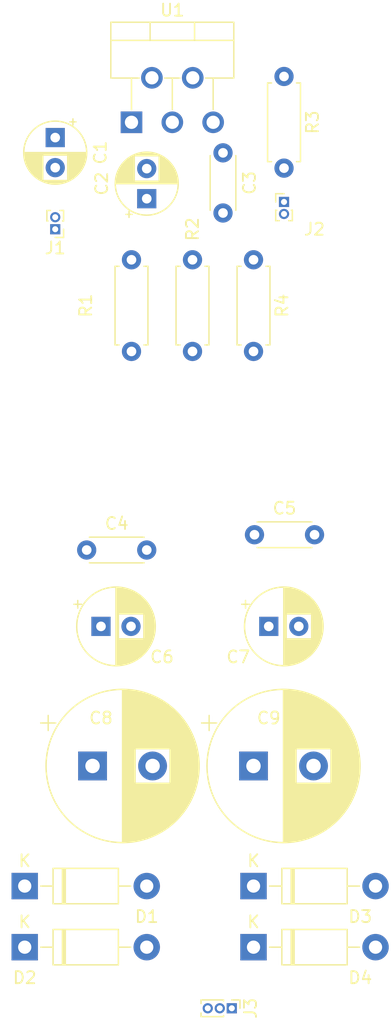
<source format=kicad_pcb>
(kicad_pcb (version 20171130) (host pcbnew 5.0.2+dfsg1-1)

  (general
    (thickness 1.6)
    (drawings 0)
    (tracks 0)
    (zones 0)
    (modules 21)
    (nets 12)
  )

  (page A4)
  (layers
    (0 F.Cu signal)
    (31 B.Cu signal)
    (32 B.Adhes user)
    (33 F.Adhes user)
    (34 B.Paste user)
    (35 F.Paste user)
    (36 B.SilkS user)
    (37 F.SilkS user)
    (38 B.Mask user)
    (39 F.Mask user)
    (40 Dwgs.User user)
    (41 Cmts.User user)
    (42 Eco1.User user)
    (43 Eco2.User user)
    (44 Edge.Cuts user)
    (45 Margin user)
    (46 B.CrtYd user)
    (47 F.CrtYd user)
    (48 B.Fab user)
    (49 F.Fab user)
  )

  (setup
    (last_trace_width 0.25)
    (trace_clearance 0.2)
    (zone_clearance 0.508)
    (zone_45_only no)
    (trace_min 0.2)
    (segment_width 0.2)
    (edge_width 0.15)
    (via_size 0.8)
    (via_drill 0.4)
    (via_min_size 0.4)
    (via_min_drill 0.3)
    (uvia_size 0.3)
    (uvia_drill 0.1)
    (uvias_allowed no)
    (uvia_min_size 0.2)
    (uvia_min_drill 0.1)
    (pcb_text_width 0.3)
    (pcb_text_size 1.5 1.5)
    (mod_edge_width 0.15)
    (mod_text_size 1 1)
    (mod_text_width 0.15)
    (pad_size 1.524 1.524)
    (pad_drill 0.762)
    (pad_to_mask_clearance 0.051)
    (solder_mask_min_width 0.25)
    (aux_axis_origin 0 0)
    (visible_elements FFFFFF7F)
    (pcbplotparams
      (layerselection 0x010fc_ffffffff)
      (usegerberextensions false)
      (usegerberattributes false)
      (usegerberadvancedattributes false)
      (creategerberjobfile false)
      (excludeedgelayer true)
      (linewidth 0.100000)
      (plotframeref false)
      (viasonmask false)
      (mode 1)
      (useauxorigin false)
      (hpglpennumber 1)
      (hpglpenspeed 20)
      (hpglpendiameter 15.000000)
      (psnegative false)
      (psa4output false)
      (plotreference true)
      (plotvalue true)
      (plotinvisibletext false)
      (padsonsilk false)
      (subtractmaskfromsilk false)
      (outputformat 1)
      (mirror false)
      (drillshape 1)
      (scaleselection 1)
      (outputdirectory ""))
  )

  (net 0 "")
  (net 1 "Net-(C1-Pad1)")
  (net 2 "Net-(C1-Pad2)")
  (net 3 "Net-(C2-Pad1)")
  (net 4 "Net-(C2-Pad2)")
  (net 5 "Net-(C3-Pad1)")
  (net 6 "Net-(C3-Pad2)")
  (net 7 "Net-(C4-Pad2)")
  (net 8 GND)
  (net 9 "Net-(C5-Pad1)")
  (net 10 "Net-(D1-Pad1)")
  (net 11 "Net-(D2-Pad1)")

  (net_class Default "This is the default net class."
    (clearance 0.2)
    (trace_width 0.25)
    (via_dia 0.8)
    (via_drill 0.4)
    (uvia_dia 0.3)
    (uvia_drill 0.1)
    (add_net GND)
    (add_net "Net-(C1-Pad1)")
    (add_net "Net-(C1-Pad2)")
    (add_net "Net-(C2-Pad1)")
    (add_net "Net-(C2-Pad2)")
    (add_net "Net-(C3-Pad1)")
    (add_net "Net-(C3-Pad2)")
    (add_net "Net-(C4-Pad2)")
    (add_net "Net-(C5-Pad1)")
    (add_net "Net-(D1-Pad1)")
    (add_net "Net-(D2-Pad1)")
  )

  (module Connector_PinHeader_1.00mm:PinHeader_1x03_P1.00mm_Vertical (layer F.Cu) (tedit 59FED738) (tstamp 60D14731)
    (at 109.95 129.54 270)
    (descr "Through hole straight pin header, 1x03, 1.00mm pitch, single row")
    (tags "Through hole pin header THT 1x03 1.00mm single row")
    (path /60C5CE40)
    (fp_text reference J3 (at 0 -1.56 270) (layer F.SilkS)
      (effects (font (size 1 1) (thickness 0.15)))
    )
    (fp_text value Pin (at 0 3.56 270) (layer F.Fab)
      (effects (font (size 1 1) (thickness 0.15)))
    )
    (fp_text user %R (at 0 1) (layer F.Fab)
      (effects (font (size 0.76 0.76) (thickness 0.114)))
    )
    (fp_line (start 1.15 -1) (end -1.15 -1) (layer F.CrtYd) (width 0.05))
    (fp_line (start 1.15 3) (end 1.15 -1) (layer F.CrtYd) (width 0.05))
    (fp_line (start -1.15 3) (end 1.15 3) (layer F.CrtYd) (width 0.05))
    (fp_line (start -1.15 -1) (end -1.15 3) (layer F.CrtYd) (width 0.05))
    (fp_line (start -0.695 -0.685) (end 0 -0.685) (layer F.SilkS) (width 0.12))
    (fp_line (start -0.695 0) (end -0.695 -0.685) (layer F.SilkS) (width 0.12))
    (fp_line (start 0.608276 0.685) (end 0.695 0.685) (layer F.SilkS) (width 0.12))
    (fp_line (start -0.695 0.685) (end -0.608276 0.685) (layer F.SilkS) (width 0.12))
    (fp_line (start 0.695 0.685) (end 0.695 2.56) (layer F.SilkS) (width 0.12))
    (fp_line (start -0.695 0.685) (end -0.695 2.56) (layer F.SilkS) (width 0.12))
    (fp_line (start 0.394493 2.56) (end 0.695 2.56) (layer F.SilkS) (width 0.12))
    (fp_line (start -0.695 2.56) (end -0.394493 2.56) (layer F.SilkS) (width 0.12))
    (fp_line (start -0.635 -0.1825) (end -0.3175 -0.5) (layer F.Fab) (width 0.1))
    (fp_line (start -0.635 2.5) (end -0.635 -0.1825) (layer F.Fab) (width 0.1))
    (fp_line (start 0.635 2.5) (end -0.635 2.5) (layer F.Fab) (width 0.1))
    (fp_line (start 0.635 -0.5) (end 0.635 2.5) (layer F.Fab) (width 0.1))
    (fp_line (start -0.3175 -0.5) (end 0.635 -0.5) (layer F.Fab) (width 0.1))
    (pad 3 thru_hole oval (at 0 2 270) (size 0.85 0.85) (drill 0.5) (layers *.Cu *.Mask))
    (pad 2 thru_hole oval (at 0 1 270) (size 0.85 0.85) (drill 0.5) (layers *.Cu *.Mask)
      (net 11 "Net-(D2-Pad1)"))
    (pad 1 thru_hole rect (at 0 0 270) (size 0.85 0.85) (drill 0.5) (layers *.Cu *.Mask)
      (net 10 "Net-(D1-Pad1)"))
    (model ${KISYS3DMOD}/Connector_PinHeader_1.00mm.3dshapes/PinHeader_1x03_P1.00mm_Vertical.wrl
      (at (xyz 0 0 0))
      (scale (xyz 1 1 1))
      (rotate (xyz 0 0 0))
    )
  )

  (module Capacitor_THT:CP_Radial_D5.0mm_P2.50mm (layer F.Cu) (tedit 5AE50EF0) (tstamp 60D1431A)
    (at 102.87 62.23 90)
    (descr "CP, Radial series, Radial, pin pitch=2.50mm, , diameter=5mm, Electrolytic Capacitor")
    (tags "CP Radial series Radial pin pitch 2.50mm  diameter 5mm Electrolytic Capacitor")
    (path /60C49E83)
    (fp_text reference C2 (at 1.25 -3.75 90) (layer F.SilkS)
      (effects (font (size 1 1) (thickness 0.15)))
    )
    (fp_text value 22uf (at -2.54 -3.81 90) (layer F.Fab)
      (effects (font (size 1 1) (thickness 0.15)))
    )
    (fp_text user %R (at 1.25 0 90) (layer F.Fab)
      (effects (font (size 1 1) (thickness 0.15)))
    )
    (fp_line (start -1.304775 -1.725) (end -1.304775 -1.225) (layer F.SilkS) (width 0.12))
    (fp_line (start -1.554775 -1.475) (end -1.054775 -1.475) (layer F.SilkS) (width 0.12))
    (fp_line (start 3.851 -0.284) (end 3.851 0.284) (layer F.SilkS) (width 0.12))
    (fp_line (start 3.811 -0.518) (end 3.811 0.518) (layer F.SilkS) (width 0.12))
    (fp_line (start 3.771 -0.677) (end 3.771 0.677) (layer F.SilkS) (width 0.12))
    (fp_line (start 3.731 -0.805) (end 3.731 0.805) (layer F.SilkS) (width 0.12))
    (fp_line (start 3.691 -0.915) (end 3.691 0.915) (layer F.SilkS) (width 0.12))
    (fp_line (start 3.651 -1.011) (end 3.651 1.011) (layer F.SilkS) (width 0.12))
    (fp_line (start 3.611 -1.098) (end 3.611 1.098) (layer F.SilkS) (width 0.12))
    (fp_line (start 3.571 -1.178) (end 3.571 1.178) (layer F.SilkS) (width 0.12))
    (fp_line (start 3.531 1.04) (end 3.531 1.251) (layer F.SilkS) (width 0.12))
    (fp_line (start 3.531 -1.251) (end 3.531 -1.04) (layer F.SilkS) (width 0.12))
    (fp_line (start 3.491 1.04) (end 3.491 1.319) (layer F.SilkS) (width 0.12))
    (fp_line (start 3.491 -1.319) (end 3.491 -1.04) (layer F.SilkS) (width 0.12))
    (fp_line (start 3.451 1.04) (end 3.451 1.383) (layer F.SilkS) (width 0.12))
    (fp_line (start 3.451 -1.383) (end 3.451 -1.04) (layer F.SilkS) (width 0.12))
    (fp_line (start 3.411 1.04) (end 3.411 1.443) (layer F.SilkS) (width 0.12))
    (fp_line (start 3.411 -1.443) (end 3.411 -1.04) (layer F.SilkS) (width 0.12))
    (fp_line (start 3.371 1.04) (end 3.371 1.5) (layer F.SilkS) (width 0.12))
    (fp_line (start 3.371 -1.5) (end 3.371 -1.04) (layer F.SilkS) (width 0.12))
    (fp_line (start 3.331 1.04) (end 3.331 1.554) (layer F.SilkS) (width 0.12))
    (fp_line (start 3.331 -1.554) (end 3.331 -1.04) (layer F.SilkS) (width 0.12))
    (fp_line (start 3.291 1.04) (end 3.291 1.605) (layer F.SilkS) (width 0.12))
    (fp_line (start 3.291 -1.605) (end 3.291 -1.04) (layer F.SilkS) (width 0.12))
    (fp_line (start 3.251 1.04) (end 3.251 1.653) (layer F.SilkS) (width 0.12))
    (fp_line (start 3.251 -1.653) (end 3.251 -1.04) (layer F.SilkS) (width 0.12))
    (fp_line (start 3.211 1.04) (end 3.211 1.699) (layer F.SilkS) (width 0.12))
    (fp_line (start 3.211 -1.699) (end 3.211 -1.04) (layer F.SilkS) (width 0.12))
    (fp_line (start 3.171 1.04) (end 3.171 1.743) (layer F.SilkS) (width 0.12))
    (fp_line (start 3.171 -1.743) (end 3.171 -1.04) (layer F.SilkS) (width 0.12))
    (fp_line (start 3.131 1.04) (end 3.131 1.785) (layer F.SilkS) (width 0.12))
    (fp_line (start 3.131 -1.785) (end 3.131 -1.04) (layer F.SilkS) (width 0.12))
    (fp_line (start 3.091 1.04) (end 3.091 1.826) (layer F.SilkS) (width 0.12))
    (fp_line (start 3.091 -1.826) (end 3.091 -1.04) (layer F.SilkS) (width 0.12))
    (fp_line (start 3.051 1.04) (end 3.051 1.864) (layer F.SilkS) (width 0.12))
    (fp_line (start 3.051 -1.864) (end 3.051 -1.04) (layer F.SilkS) (width 0.12))
    (fp_line (start 3.011 1.04) (end 3.011 1.901) (layer F.SilkS) (width 0.12))
    (fp_line (start 3.011 -1.901) (end 3.011 -1.04) (layer F.SilkS) (width 0.12))
    (fp_line (start 2.971 1.04) (end 2.971 1.937) (layer F.SilkS) (width 0.12))
    (fp_line (start 2.971 -1.937) (end 2.971 -1.04) (layer F.SilkS) (width 0.12))
    (fp_line (start 2.931 1.04) (end 2.931 1.971) (layer F.SilkS) (width 0.12))
    (fp_line (start 2.931 -1.971) (end 2.931 -1.04) (layer F.SilkS) (width 0.12))
    (fp_line (start 2.891 1.04) (end 2.891 2.004) (layer F.SilkS) (width 0.12))
    (fp_line (start 2.891 -2.004) (end 2.891 -1.04) (layer F.SilkS) (width 0.12))
    (fp_line (start 2.851 1.04) (end 2.851 2.035) (layer F.SilkS) (width 0.12))
    (fp_line (start 2.851 -2.035) (end 2.851 -1.04) (layer F.SilkS) (width 0.12))
    (fp_line (start 2.811 1.04) (end 2.811 2.065) (layer F.SilkS) (width 0.12))
    (fp_line (start 2.811 -2.065) (end 2.811 -1.04) (layer F.SilkS) (width 0.12))
    (fp_line (start 2.771 1.04) (end 2.771 2.095) (layer F.SilkS) (width 0.12))
    (fp_line (start 2.771 -2.095) (end 2.771 -1.04) (layer F.SilkS) (width 0.12))
    (fp_line (start 2.731 1.04) (end 2.731 2.122) (layer F.SilkS) (width 0.12))
    (fp_line (start 2.731 -2.122) (end 2.731 -1.04) (layer F.SilkS) (width 0.12))
    (fp_line (start 2.691 1.04) (end 2.691 2.149) (layer F.SilkS) (width 0.12))
    (fp_line (start 2.691 -2.149) (end 2.691 -1.04) (layer F.SilkS) (width 0.12))
    (fp_line (start 2.651 1.04) (end 2.651 2.175) (layer F.SilkS) (width 0.12))
    (fp_line (start 2.651 -2.175) (end 2.651 -1.04) (layer F.SilkS) (width 0.12))
    (fp_line (start 2.611 1.04) (end 2.611 2.2) (layer F.SilkS) (width 0.12))
    (fp_line (start 2.611 -2.2) (end 2.611 -1.04) (layer F.SilkS) (width 0.12))
    (fp_line (start 2.571 1.04) (end 2.571 2.224) (layer F.SilkS) (width 0.12))
    (fp_line (start 2.571 -2.224) (end 2.571 -1.04) (layer F.SilkS) (width 0.12))
    (fp_line (start 2.531 1.04) (end 2.531 2.247) (layer F.SilkS) (width 0.12))
    (fp_line (start 2.531 -2.247) (end 2.531 -1.04) (layer F.SilkS) (width 0.12))
    (fp_line (start 2.491 1.04) (end 2.491 2.268) (layer F.SilkS) (width 0.12))
    (fp_line (start 2.491 -2.268) (end 2.491 -1.04) (layer F.SilkS) (width 0.12))
    (fp_line (start 2.451 1.04) (end 2.451 2.29) (layer F.SilkS) (width 0.12))
    (fp_line (start 2.451 -2.29) (end 2.451 -1.04) (layer F.SilkS) (width 0.12))
    (fp_line (start 2.411 1.04) (end 2.411 2.31) (layer F.SilkS) (width 0.12))
    (fp_line (start 2.411 -2.31) (end 2.411 -1.04) (layer F.SilkS) (width 0.12))
    (fp_line (start 2.371 1.04) (end 2.371 2.329) (layer F.SilkS) (width 0.12))
    (fp_line (start 2.371 -2.329) (end 2.371 -1.04) (layer F.SilkS) (width 0.12))
    (fp_line (start 2.331 1.04) (end 2.331 2.348) (layer F.SilkS) (width 0.12))
    (fp_line (start 2.331 -2.348) (end 2.331 -1.04) (layer F.SilkS) (width 0.12))
    (fp_line (start 2.291 1.04) (end 2.291 2.365) (layer F.SilkS) (width 0.12))
    (fp_line (start 2.291 -2.365) (end 2.291 -1.04) (layer F.SilkS) (width 0.12))
    (fp_line (start 2.251 1.04) (end 2.251 2.382) (layer F.SilkS) (width 0.12))
    (fp_line (start 2.251 -2.382) (end 2.251 -1.04) (layer F.SilkS) (width 0.12))
    (fp_line (start 2.211 1.04) (end 2.211 2.398) (layer F.SilkS) (width 0.12))
    (fp_line (start 2.211 -2.398) (end 2.211 -1.04) (layer F.SilkS) (width 0.12))
    (fp_line (start 2.171 1.04) (end 2.171 2.414) (layer F.SilkS) (width 0.12))
    (fp_line (start 2.171 -2.414) (end 2.171 -1.04) (layer F.SilkS) (width 0.12))
    (fp_line (start 2.131 1.04) (end 2.131 2.428) (layer F.SilkS) (width 0.12))
    (fp_line (start 2.131 -2.428) (end 2.131 -1.04) (layer F.SilkS) (width 0.12))
    (fp_line (start 2.091 1.04) (end 2.091 2.442) (layer F.SilkS) (width 0.12))
    (fp_line (start 2.091 -2.442) (end 2.091 -1.04) (layer F.SilkS) (width 0.12))
    (fp_line (start 2.051 1.04) (end 2.051 2.455) (layer F.SilkS) (width 0.12))
    (fp_line (start 2.051 -2.455) (end 2.051 -1.04) (layer F.SilkS) (width 0.12))
    (fp_line (start 2.011 1.04) (end 2.011 2.468) (layer F.SilkS) (width 0.12))
    (fp_line (start 2.011 -2.468) (end 2.011 -1.04) (layer F.SilkS) (width 0.12))
    (fp_line (start 1.971 1.04) (end 1.971 2.48) (layer F.SilkS) (width 0.12))
    (fp_line (start 1.971 -2.48) (end 1.971 -1.04) (layer F.SilkS) (width 0.12))
    (fp_line (start 1.93 1.04) (end 1.93 2.491) (layer F.SilkS) (width 0.12))
    (fp_line (start 1.93 -2.491) (end 1.93 -1.04) (layer F.SilkS) (width 0.12))
    (fp_line (start 1.89 1.04) (end 1.89 2.501) (layer F.SilkS) (width 0.12))
    (fp_line (start 1.89 -2.501) (end 1.89 -1.04) (layer F.SilkS) (width 0.12))
    (fp_line (start 1.85 1.04) (end 1.85 2.511) (layer F.SilkS) (width 0.12))
    (fp_line (start 1.85 -2.511) (end 1.85 -1.04) (layer F.SilkS) (width 0.12))
    (fp_line (start 1.81 1.04) (end 1.81 2.52) (layer F.SilkS) (width 0.12))
    (fp_line (start 1.81 -2.52) (end 1.81 -1.04) (layer F.SilkS) (width 0.12))
    (fp_line (start 1.77 1.04) (end 1.77 2.528) (layer F.SilkS) (width 0.12))
    (fp_line (start 1.77 -2.528) (end 1.77 -1.04) (layer F.SilkS) (width 0.12))
    (fp_line (start 1.73 1.04) (end 1.73 2.536) (layer F.SilkS) (width 0.12))
    (fp_line (start 1.73 -2.536) (end 1.73 -1.04) (layer F.SilkS) (width 0.12))
    (fp_line (start 1.69 1.04) (end 1.69 2.543) (layer F.SilkS) (width 0.12))
    (fp_line (start 1.69 -2.543) (end 1.69 -1.04) (layer F.SilkS) (width 0.12))
    (fp_line (start 1.65 1.04) (end 1.65 2.55) (layer F.SilkS) (width 0.12))
    (fp_line (start 1.65 -2.55) (end 1.65 -1.04) (layer F.SilkS) (width 0.12))
    (fp_line (start 1.61 1.04) (end 1.61 2.556) (layer F.SilkS) (width 0.12))
    (fp_line (start 1.61 -2.556) (end 1.61 -1.04) (layer F.SilkS) (width 0.12))
    (fp_line (start 1.57 1.04) (end 1.57 2.561) (layer F.SilkS) (width 0.12))
    (fp_line (start 1.57 -2.561) (end 1.57 -1.04) (layer F.SilkS) (width 0.12))
    (fp_line (start 1.53 1.04) (end 1.53 2.565) (layer F.SilkS) (width 0.12))
    (fp_line (start 1.53 -2.565) (end 1.53 -1.04) (layer F.SilkS) (width 0.12))
    (fp_line (start 1.49 1.04) (end 1.49 2.569) (layer F.SilkS) (width 0.12))
    (fp_line (start 1.49 -2.569) (end 1.49 -1.04) (layer F.SilkS) (width 0.12))
    (fp_line (start 1.45 -2.573) (end 1.45 2.573) (layer F.SilkS) (width 0.12))
    (fp_line (start 1.41 -2.576) (end 1.41 2.576) (layer F.SilkS) (width 0.12))
    (fp_line (start 1.37 -2.578) (end 1.37 2.578) (layer F.SilkS) (width 0.12))
    (fp_line (start 1.33 -2.579) (end 1.33 2.579) (layer F.SilkS) (width 0.12))
    (fp_line (start 1.29 -2.58) (end 1.29 2.58) (layer F.SilkS) (width 0.12))
    (fp_line (start 1.25 -2.58) (end 1.25 2.58) (layer F.SilkS) (width 0.12))
    (fp_line (start -0.633605 -1.3375) (end -0.633605 -0.8375) (layer F.Fab) (width 0.1))
    (fp_line (start -0.883605 -1.0875) (end -0.383605 -1.0875) (layer F.Fab) (width 0.1))
    (fp_circle (center 1.25 0) (end 4 0) (layer F.CrtYd) (width 0.05))
    (fp_circle (center 1.25 0) (end 3.87 0) (layer F.SilkS) (width 0.12))
    (fp_circle (center 1.25 0) (end 3.75 0) (layer F.Fab) (width 0.1))
    (pad 2 thru_hole circle (at 2.5 0 90) (size 1.6 1.6) (drill 0.8) (layers *.Cu *.Mask)
      (net 4 "Net-(C2-Pad2)"))
    (pad 1 thru_hole rect (at 0 0 90) (size 1.6 1.6) (drill 0.8) (layers *.Cu *.Mask)
      (net 3 "Net-(C2-Pad1)"))
    (model ${KISYS3DMOD}/Capacitor_THT.3dshapes/CP_Radial_D5.0mm_P2.50mm.wrl
      (at (xyz 0 0 0))
      (scale (xyz 1 1 1))
      (rotate (xyz 0 0 0))
    )
  )

  (module Capacitor_THT:CP_Radial_D5.0mm_P2.50mm (layer F.Cu) (tedit 5AE50EF0) (tstamp 60D14286)
    (at 95.25 57.15 270)
    (descr "CP, Radial series, Radial, pin pitch=2.50mm, , diameter=5mm, Electrolytic Capacitor")
    (tags "CP Radial series Radial pin pitch 2.50mm  diameter 5mm Electrolytic Capacitor")
    (path /60C49D5E)
    (fp_text reference C1 (at 1.25 -3.75 270) (layer F.SilkS)
      (effects (font (size 1 1) (thickness 0.15)))
    )
    (fp_text value 1uf (at 1.25 3.75 270) (layer F.Fab)
      (effects (font (size 1 1) (thickness 0.15)))
    )
    (fp_text user %R (at 1.25 0 270) (layer F.Fab)
      (effects (font (size 1 1) (thickness 0.15)))
    )
    (fp_line (start -1.304775 -1.725) (end -1.304775 -1.225) (layer F.SilkS) (width 0.12))
    (fp_line (start -1.554775 -1.475) (end -1.054775 -1.475) (layer F.SilkS) (width 0.12))
    (fp_line (start 3.851 -0.284) (end 3.851 0.284) (layer F.SilkS) (width 0.12))
    (fp_line (start 3.811 -0.518) (end 3.811 0.518) (layer F.SilkS) (width 0.12))
    (fp_line (start 3.771 -0.677) (end 3.771 0.677) (layer F.SilkS) (width 0.12))
    (fp_line (start 3.731 -0.805) (end 3.731 0.805) (layer F.SilkS) (width 0.12))
    (fp_line (start 3.691 -0.915) (end 3.691 0.915) (layer F.SilkS) (width 0.12))
    (fp_line (start 3.651 -1.011) (end 3.651 1.011) (layer F.SilkS) (width 0.12))
    (fp_line (start 3.611 -1.098) (end 3.611 1.098) (layer F.SilkS) (width 0.12))
    (fp_line (start 3.571 -1.178) (end 3.571 1.178) (layer F.SilkS) (width 0.12))
    (fp_line (start 3.531 1.04) (end 3.531 1.251) (layer F.SilkS) (width 0.12))
    (fp_line (start 3.531 -1.251) (end 3.531 -1.04) (layer F.SilkS) (width 0.12))
    (fp_line (start 3.491 1.04) (end 3.491 1.319) (layer F.SilkS) (width 0.12))
    (fp_line (start 3.491 -1.319) (end 3.491 -1.04) (layer F.SilkS) (width 0.12))
    (fp_line (start 3.451 1.04) (end 3.451 1.383) (layer F.SilkS) (width 0.12))
    (fp_line (start 3.451 -1.383) (end 3.451 -1.04) (layer F.SilkS) (width 0.12))
    (fp_line (start 3.411 1.04) (end 3.411 1.443) (layer F.SilkS) (width 0.12))
    (fp_line (start 3.411 -1.443) (end 3.411 -1.04) (layer F.SilkS) (width 0.12))
    (fp_line (start 3.371 1.04) (end 3.371 1.5) (layer F.SilkS) (width 0.12))
    (fp_line (start 3.371 -1.5) (end 3.371 -1.04) (layer F.SilkS) (width 0.12))
    (fp_line (start 3.331 1.04) (end 3.331 1.554) (layer F.SilkS) (width 0.12))
    (fp_line (start 3.331 -1.554) (end 3.331 -1.04) (layer F.SilkS) (width 0.12))
    (fp_line (start 3.291 1.04) (end 3.291 1.605) (layer F.SilkS) (width 0.12))
    (fp_line (start 3.291 -1.605) (end 3.291 -1.04) (layer F.SilkS) (width 0.12))
    (fp_line (start 3.251 1.04) (end 3.251 1.653) (layer F.SilkS) (width 0.12))
    (fp_line (start 3.251 -1.653) (end 3.251 -1.04) (layer F.SilkS) (width 0.12))
    (fp_line (start 3.211 1.04) (end 3.211 1.699) (layer F.SilkS) (width 0.12))
    (fp_line (start 3.211 -1.699) (end 3.211 -1.04) (layer F.SilkS) (width 0.12))
    (fp_line (start 3.171 1.04) (end 3.171 1.743) (layer F.SilkS) (width 0.12))
    (fp_line (start 3.171 -1.743) (end 3.171 -1.04) (layer F.SilkS) (width 0.12))
    (fp_line (start 3.131 1.04) (end 3.131 1.785) (layer F.SilkS) (width 0.12))
    (fp_line (start 3.131 -1.785) (end 3.131 -1.04) (layer F.SilkS) (width 0.12))
    (fp_line (start 3.091 1.04) (end 3.091 1.826) (layer F.SilkS) (width 0.12))
    (fp_line (start 3.091 -1.826) (end 3.091 -1.04) (layer F.SilkS) (width 0.12))
    (fp_line (start 3.051 1.04) (end 3.051 1.864) (layer F.SilkS) (width 0.12))
    (fp_line (start 3.051 -1.864) (end 3.051 -1.04) (layer F.SilkS) (width 0.12))
    (fp_line (start 3.011 1.04) (end 3.011 1.901) (layer F.SilkS) (width 0.12))
    (fp_line (start 3.011 -1.901) (end 3.011 -1.04) (layer F.SilkS) (width 0.12))
    (fp_line (start 2.971 1.04) (end 2.971 1.937) (layer F.SilkS) (width 0.12))
    (fp_line (start 2.971 -1.937) (end 2.971 -1.04) (layer F.SilkS) (width 0.12))
    (fp_line (start 2.931 1.04) (end 2.931 1.971) (layer F.SilkS) (width 0.12))
    (fp_line (start 2.931 -1.971) (end 2.931 -1.04) (layer F.SilkS) (width 0.12))
    (fp_line (start 2.891 1.04) (end 2.891 2.004) (layer F.SilkS) (width 0.12))
    (fp_line (start 2.891 -2.004) (end 2.891 -1.04) (layer F.SilkS) (width 0.12))
    (fp_line (start 2.851 1.04) (end 2.851 2.035) (layer F.SilkS) (width 0.12))
    (fp_line (start 2.851 -2.035) (end 2.851 -1.04) (layer F.SilkS) (width 0.12))
    (fp_line (start 2.811 1.04) (end 2.811 2.065) (layer F.SilkS) (width 0.12))
    (fp_line (start 2.811 -2.065) (end 2.811 -1.04) (layer F.SilkS) (width 0.12))
    (fp_line (start 2.771 1.04) (end 2.771 2.095) (layer F.SilkS) (width 0.12))
    (fp_line (start 2.771 -2.095) (end 2.771 -1.04) (layer F.SilkS) (width 0.12))
    (fp_line (start 2.731 1.04) (end 2.731 2.122) (layer F.SilkS) (width 0.12))
    (fp_line (start 2.731 -2.122) (end 2.731 -1.04) (layer F.SilkS) (width 0.12))
    (fp_line (start 2.691 1.04) (end 2.691 2.149) (layer F.SilkS) (width 0.12))
    (fp_line (start 2.691 -2.149) (end 2.691 -1.04) (layer F.SilkS) (width 0.12))
    (fp_line (start 2.651 1.04) (end 2.651 2.175) (layer F.SilkS) (width 0.12))
    (fp_line (start 2.651 -2.175) (end 2.651 -1.04) (layer F.SilkS) (width 0.12))
    (fp_line (start 2.611 1.04) (end 2.611 2.2) (layer F.SilkS) (width 0.12))
    (fp_line (start 2.611 -2.2) (end 2.611 -1.04) (layer F.SilkS) (width 0.12))
    (fp_line (start 2.571 1.04) (end 2.571 2.224) (layer F.SilkS) (width 0.12))
    (fp_line (start 2.571 -2.224) (end 2.571 -1.04) (layer F.SilkS) (width 0.12))
    (fp_line (start 2.531 1.04) (end 2.531 2.247) (layer F.SilkS) (width 0.12))
    (fp_line (start 2.531 -2.247) (end 2.531 -1.04) (layer F.SilkS) (width 0.12))
    (fp_line (start 2.491 1.04) (end 2.491 2.268) (layer F.SilkS) (width 0.12))
    (fp_line (start 2.491 -2.268) (end 2.491 -1.04) (layer F.SilkS) (width 0.12))
    (fp_line (start 2.451 1.04) (end 2.451 2.29) (layer F.SilkS) (width 0.12))
    (fp_line (start 2.451 -2.29) (end 2.451 -1.04) (layer F.SilkS) (width 0.12))
    (fp_line (start 2.411 1.04) (end 2.411 2.31) (layer F.SilkS) (width 0.12))
    (fp_line (start 2.411 -2.31) (end 2.411 -1.04) (layer F.SilkS) (width 0.12))
    (fp_line (start 2.371 1.04) (end 2.371 2.329) (layer F.SilkS) (width 0.12))
    (fp_line (start 2.371 -2.329) (end 2.371 -1.04) (layer F.SilkS) (width 0.12))
    (fp_line (start 2.331 1.04) (end 2.331 2.348) (layer F.SilkS) (width 0.12))
    (fp_line (start 2.331 -2.348) (end 2.331 -1.04) (layer F.SilkS) (width 0.12))
    (fp_line (start 2.291 1.04) (end 2.291 2.365) (layer F.SilkS) (width 0.12))
    (fp_line (start 2.291 -2.365) (end 2.291 -1.04) (layer F.SilkS) (width 0.12))
    (fp_line (start 2.251 1.04) (end 2.251 2.382) (layer F.SilkS) (width 0.12))
    (fp_line (start 2.251 -2.382) (end 2.251 -1.04) (layer F.SilkS) (width 0.12))
    (fp_line (start 2.211 1.04) (end 2.211 2.398) (layer F.SilkS) (width 0.12))
    (fp_line (start 2.211 -2.398) (end 2.211 -1.04) (layer F.SilkS) (width 0.12))
    (fp_line (start 2.171 1.04) (end 2.171 2.414) (layer F.SilkS) (width 0.12))
    (fp_line (start 2.171 -2.414) (end 2.171 -1.04) (layer F.SilkS) (width 0.12))
    (fp_line (start 2.131 1.04) (end 2.131 2.428) (layer F.SilkS) (width 0.12))
    (fp_line (start 2.131 -2.428) (end 2.131 -1.04) (layer F.SilkS) (width 0.12))
    (fp_line (start 2.091 1.04) (end 2.091 2.442) (layer F.SilkS) (width 0.12))
    (fp_line (start 2.091 -2.442) (end 2.091 -1.04) (layer F.SilkS) (width 0.12))
    (fp_line (start 2.051 1.04) (end 2.051 2.455) (layer F.SilkS) (width 0.12))
    (fp_line (start 2.051 -2.455) (end 2.051 -1.04) (layer F.SilkS) (width 0.12))
    (fp_line (start 2.011 1.04) (end 2.011 2.468) (layer F.SilkS) (width 0.12))
    (fp_line (start 2.011 -2.468) (end 2.011 -1.04) (layer F.SilkS) (width 0.12))
    (fp_line (start 1.971 1.04) (end 1.971 2.48) (layer F.SilkS) (width 0.12))
    (fp_line (start 1.971 -2.48) (end 1.971 -1.04) (layer F.SilkS) (width 0.12))
    (fp_line (start 1.93 1.04) (end 1.93 2.491) (layer F.SilkS) (width 0.12))
    (fp_line (start 1.93 -2.491) (end 1.93 -1.04) (layer F.SilkS) (width 0.12))
    (fp_line (start 1.89 1.04) (end 1.89 2.501) (layer F.SilkS) (width 0.12))
    (fp_line (start 1.89 -2.501) (end 1.89 -1.04) (layer F.SilkS) (width 0.12))
    (fp_line (start 1.85 1.04) (end 1.85 2.511) (layer F.SilkS) (width 0.12))
    (fp_line (start 1.85 -2.511) (end 1.85 -1.04) (layer F.SilkS) (width 0.12))
    (fp_line (start 1.81 1.04) (end 1.81 2.52) (layer F.SilkS) (width 0.12))
    (fp_line (start 1.81 -2.52) (end 1.81 -1.04) (layer F.SilkS) (width 0.12))
    (fp_line (start 1.77 1.04) (end 1.77 2.528) (layer F.SilkS) (width 0.12))
    (fp_line (start 1.77 -2.528) (end 1.77 -1.04) (layer F.SilkS) (width 0.12))
    (fp_line (start 1.73 1.04) (end 1.73 2.536) (layer F.SilkS) (width 0.12))
    (fp_line (start 1.73 -2.536) (end 1.73 -1.04) (layer F.SilkS) (width 0.12))
    (fp_line (start 1.69 1.04) (end 1.69 2.543) (layer F.SilkS) (width 0.12))
    (fp_line (start 1.69 -2.543) (end 1.69 -1.04) (layer F.SilkS) (width 0.12))
    (fp_line (start 1.65 1.04) (end 1.65 2.55) (layer F.SilkS) (width 0.12))
    (fp_line (start 1.65 -2.55) (end 1.65 -1.04) (layer F.SilkS) (width 0.12))
    (fp_line (start 1.61 1.04) (end 1.61 2.556) (layer F.SilkS) (width 0.12))
    (fp_line (start 1.61 -2.556) (end 1.61 -1.04) (layer F.SilkS) (width 0.12))
    (fp_line (start 1.57 1.04) (end 1.57 2.561) (layer F.SilkS) (width 0.12))
    (fp_line (start 1.57 -2.561) (end 1.57 -1.04) (layer F.SilkS) (width 0.12))
    (fp_line (start 1.53 1.04) (end 1.53 2.565) (layer F.SilkS) (width 0.12))
    (fp_line (start 1.53 -2.565) (end 1.53 -1.04) (layer F.SilkS) (width 0.12))
    (fp_line (start 1.49 1.04) (end 1.49 2.569) (layer F.SilkS) (width 0.12))
    (fp_line (start 1.49 -2.569) (end 1.49 -1.04) (layer F.SilkS) (width 0.12))
    (fp_line (start 1.45 -2.573) (end 1.45 2.573) (layer F.SilkS) (width 0.12))
    (fp_line (start 1.41 -2.576) (end 1.41 2.576) (layer F.SilkS) (width 0.12))
    (fp_line (start 1.37 -2.578) (end 1.37 2.578) (layer F.SilkS) (width 0.12))
    (fp_line (start 1.33 -2.579) (end 1.33 2.579) (layer F.SilkS) (width 0.12))
    (fp_line (start 1.29 -2.58) (end 1.29 2.58) (layer F.SilkS) (width 0.12))
    (fp_line (start 1.25 -2.58) (end 1.25 2.58) (layer F.SilkS) (width 0.12))
    (fp_line (start -0.633605 -1.3375) (end -0.633605 -0.8375) (layer F.Fab) (width 0.1))
    (fp_line (start -0.883605 -1.0875) (end -0.383605 -1.0875) (layer F.Fab) (width 0.1))
    (fp_circle (center 1.25 0) (end 4 0) (layer F.CrtYd) (width 0.05))
    (fp_circle (center 1.25 0) (end 3.87 0) (layer F.SilkS) (width 0.12))
    (fp_circle (center 1.25 0) (end 3.75 0) (layer F.Fab) (width 0.1))
    (pad 2 thru_hole circle (at 2.5 0 270) (size 1.6 1.6) (drill 0.8) (layers *.Cu *.Mask)
      (net 2 "Net-(C1-Pad2)"))
    (pad 1 thru_hole rect (at 0 0 270) (size 1.6 1.6) (drill 0.8) (layers *.Cu *.Mask)
      (net 1 "Net-(C1-Pad1)"))
    (model ${KISYS3DMOD}/Capacitor_THT.3dshapes/CP_Radial_D5.0mm_P2.50mm.wrl
      (at (xyz 0 0 0))
      (scale (xyz 1 1 1))
      (rotate (xyz 0 0 0))
    )
  )

  (module Capacitor_THT:C_Disc_D4.3mm_W1.9mm_P5.00mm (layer F.Cu) (tedit 5AE50EF0) (tstamp 60D1432F)
    (at 109.22 58.42 270)
    (descr "C, Disc series, Radial, pin pitch=5.00mm, , diameter*width=4.3*1.9mm^2, Capacitor, http://www.vishay.com/docs/45233/krseries.pdf")
    (tags "C Disc series Radial pin pitch 5.00mm  diameter 4.3mm width 1.9mm Capacitor")
    (path /60C49EF3)
    (fp_text reference C3 (at 2.5 -2.2 270) (layer F.SilkS)
      (effects (font (size 1 1) (thickness 0.15)))
    )
    (fp_text value 103 (at 2.5 2.2 270) (layer F.Fab)
      (effects (font (size 1 1) (thickness 0.15)))
    )
    (fp_line (start 0.35 -0.95) (end 0.35 0.95) (layer F.Fab) (width 0.1))
    (fp_line (start 0.35 0.95) (end 4.65 0.95) (layer F.Fab) (width 0.1))
    (fp_line (start 4.65 0.95) (end 4.65 -0.95) (layer F.Fab) (width 0.1))
    (fp_line (start 4.65 -0.95) (end 0.35 -0.95) (layer F.Fab) (width 0.1))
    (fp_line (start 0.23 -1.07) (end 4.77 -1.07) (layer F.SilkS) (width 0.12))
    (fp_line (start 0.23 1.07) (end 4.77 1.07) (layer F.SilkS) (width 0.12))
    (fp_line (start 0.23 -1.07) (end 0.23 -1.055) (layer F.SilkS) (width 0.12))
    (fp_line (start 0.23 1.055) (end 0.23 1.07) (layer F.SilkS) (width 0.12))
    (fp_line (start 4.77 -1.07) (end 4.77 -1.055) (layer F.SilkS) (width 0.12))
    (fp_line (start 4.77 1.055) (end 4.77 1.07) (layer F.SilkS) (width 0.12))
    (fp_line (start -1.05 -1.2) (end -1.05 1.2) (layer F.CrtYd) (width 0.05))
    (fp_line (start -1.05 1.2) (end 6.05 1.2) (layer F.CrtYd) (width 0.05))
    (fp_line (start 6.05 1.2) (end 6.05 -1.2) (layer F.CrtYd) (width 0.05))
    (fp_line (start 6.05 -1.2) (end -1.05 -1.2) (layer F.CrtYd) (width 0.05))
    (fp_text user %R (at 2.5 0 270) (layer F.Fab)
      (effects (font (size 0.86 0.86) (thickness 0.129)))
    )
    (pad 1 thru_hole circle (at 0 0 270) (size 1.6 1.6) (drill 0.8) (layers *.Cu *.Mask)
      (net 5 "Net-(C3-Pad1)"))
    (pad 2 thru_hole circle (at 5 0 270) (size 1.6 1.6) (drill 0.8) (layers *.Cu *.Mask)
      (net 6 "Net-(C3-Pad2)"))
    (model ${KISYS3DMOD}/Capacitor_THT.3dshapes/C_Disc_D4.3mm_W1.9mm_P5.00mm.wrl
      (at (xyz 0 0 0))
      (scale (xyz 1 1 1))
      (rotate (xyz 0 0 0))
    )
  )

  (module Capacitor_THT:C_Disc_D4.3mm_W1.9mm_P5.00mm (layer F.Cu) (tedit 5AE50EF0) (tstamp 60D14344)
    (at 97.87 91.44)
    (descr "C, Disc series, Radial, pin pitch=5.00mm, , diameter*width=4.3*1.9mm^2, Capacitor, http://www.vishay.com/docs/45233/krseries.pdf")
    (tags "C Disc series Radial pin pitch 5.00mm  diameter 4.3mm width 1.9mm Capacitor")
    (path /60C4D5A7)
    (fp_text reference C4 (at 2.5 -2.2) (layer F.SilkS)
      (effects (font (size 1 1) (thickness 0.15)))
    )
    (fp_text value 104 (at 2.5 2.2) (layer F.Fab)
      (effects (font (size 1 1) (thickness 0.15)))
    )
    (fp_text user %R (at 2.5 0) (layer F.Fab)
      (effects (font (size 0.86 0.86) (thickness 0.129)))
    )
    (fp_line (start 6.05 -1.2) (end -1.05 -1.2) (layer F.CrtYd) (width 0.05))
    (fp_line (start 6.05 1.2) (end 6.05 -1.2) (layer F.CrtYd) (width 0.05))
    (fp_line (start -1.05 1.2) (end 6.05 1.2) (layer F.CrtYd) (width 0.05))
    (fp_line (start -1.05 -1.2) (end -1.05 1.2) (layer F.CrtYd) (width 0.05))
    (fp_line (start 4.77 1.055) (end 4.77 1.07) (layer F.SilkS) (width 0.12))
    (fp_line (start 4.77 -1.07) (end 4.77 -1.055) (layer F.SilkS) (width 0.12))
    (fp_line (start 0.23 1.055) (end 0.23 1.07) (layer F.SilkS) (width 0.12))
    (fp_line (start 0.23 -1.07) (end 0.23 -1.055) (layer F.SilkS) (width 0.12))
    (fp_line (start 0.23 1.07) (end 4.77 1.07) (layer F.SilkS) (width 0.12))
    (fp_line (start 0.23 -1.07) (end 4.77 -1.07) (layer F.SilkS) (width 0.12))
    (fp_line (start 4.65 -0.95) (end 0.35 -0.95) (layer F.Fab) (width 0.1))
    (fp_line (start 4.65 0.95) (end 4.65 -0.95) (layer F.Fab) (width 0.1))
    (fp_line (start 0.35 0.95) (end 4.65 0.95) (layer F.Fab) (width 0.1))
    (fp_line (start 0.35 -0.95) (end 0.35 0.95) (layer F.Fab) (width 0.1))
    (pad 2 thru_hole circle (at 5 0) (size 1.6 1.6) (drill 0.8) (layers *.Cu *.Mask)
      (net 7 "Net-(C4-Pad2)"))
    (pad 1 thru_hole circle (at 0 0) (size 1.6 1.6) (drill 0.8) (layers *.Cu *.Mask)
      (net 8 GND))
    (model ${KISYS3DMOD}/Capacitor_THT.3dshapes/C_Disc_D4.3mm_W1.9mm_P5.00mm.wrl
      (at (xyz 0 0 0))
      (scale (xyz 1 1 1))
      (rotate (xyz 0 0 0))
    )
  )

  (module Capacitor_THT:C_Disc_D4.3mm_W1.9mm_P5.00mm (layer F.Cu) (tedit 5AE50EF0) (tstamp 60D14359)
    (at 111.84 90.17)
    (descr "C, Disc series, Radial, pin pitch=5.00mm, , diameter*width=4.3*1.9mm^2, Capacitor, http://www.vishay.com/docs/45233/krseries.pdf")
    (tags "C Disc series Radial pin pitch 5.00mm  diameter 4.3mm width 1.9mm Capacitor")
    (path /60C4D5E5)
    (fp_text reference C5 (at 2.5 -2.2) (layer F.SilkS)
      (effects (font (size 1 1) (thickness 0.15)))
    )
    (fp_text value 104 (at 2.5 2.2) (layer F.Fab)
      (effects (font (size 1 1) (thickness 0.15)))
    )
    (fp_line (start 0.35 -0.95) (end 0.35 0.95) (layer F.Fab) (width 0.1))
    (fp_line (start 0.35 0.95) (end 4.65 0.95) (layer F.Fab) (width 0.1))
    (fp_line (start 4.65 0.95) (end 4.65 -0.95) (layer F.Fab) (width 0.1))
    (fp_line (start 4.65 -0.95) (end 0.35 -0.95) (layer F.Fab) (width 0.1))
    (fp_line (start 0.23 -1.07) (end 4.77 -1.07) (layer F.SilkS) (width 0.12))
    (fp_line (start 0.23 1.07) (end 4.77 1.07) (layer F.SilkS) (width 0.12))
    (fp_line (start 0.23 -1.07) (end 0.23 -1.055) (layer F.SilkS) (width 0.12))
    (fp_line (start 0.23 1.055) (end 0.23 1.07) (layer F.SilkS) (width 0.12))
    (fp_line (start 4.77 -1.07) (end 4.77 -1.055) (layer F.SilkS) (width 0.12))
    (fp_line (start 4.77 1.055) (end 4.77 1.07) (layer F.SilkS) (width 0.12))
    (fp_line (start -1.05 -1.2) (end -1.05 1.2) (layer F.CrtYd) (width 0.05))
    (fp_line (start -1.05 1.2) (end 6.05 1.2) (layer F.CrtYd) (width 0.05))
    (fp_line (start 6.05 1.2) (end 6.05 -1.2) (layer F.CrtYd) (width 0.05))
    (fp_line (start 6.05 -1.2) (end -1.05 -1.2) (layer F.CrtYd) (width 0.05))
    (fp_text user %R (at 2.5 0) (layer F.Fab)
      (effects (font (size 0.86 0.86) (thickness 0.129)))
    )
    (pad 1 thru_hole circle (at 0 0) (size 1.6 1.6) (drill 0.8) (layers *.Cu *.Mask)
      (net 9 "Net-(C5-Pad1)"))
    (pad 2 thru_hole circle (at 5 0) (size 1.6 1.6) (drill 0.8) (layers *.Cu *.Mask)
      (net 8 GND))
    (model ${KISYS3DMOD}/Capacitor_THT.3dshapes/C_Disc_D4.3mm_W1.9mm_P5.00mm.wrl
      (at (xyz 0 0 0))
      (scale (xyz 1 1 1))
      (rotate (xyz 0 0 0))
    )
  )

  (module Capacitor_THT:CP_Radial_D6.3mm_P2.50mm (layer F.Cu) (tedit 5AE50EF0) (tstamp 60D143ED)
    (at 99.06 97.79)
    (descr "CP, Radial series, Radial, pin pitch=2.50mm, , diameter=6.3mm, Electrolytic Capacitor")
    (tags "CP Radial series Radial pin pitch 2.50mm  diameter 6.3mm Electrolytic Capacitor")
    (path /60C4D523)
    (fp_text reference C6 (at 5.08 2.54) (layer F.SilkS)
      (effects (font (size 1 1) (thickness 0.15)))
    )
    (fp_text value 100uf (at 1.25 4.4) (layer F.Fab)
      (effects (font (size 1 1) (thickness 0.15)))
    )
    (fp_text user %R (at 1.25 0) (layer F.Fab)
      (effects (font (size 1 1) (thickness 0.15)))
    )
    (fp_line (start -1.935241 -2.154) (end -1.935241 -1.524) (layer F.SilkS) (width 0.12))
    (fp_line (start -2.250241 -1.839) (end -1.620241 -1.839) (layer F.SilkS) (width 0.12))
    (fp_line (start 4.491 -0.402) (end 4.491 0.402) (layer F.SilkS) (width 0.12))
    (fp_line (start 4.451 -0.633) (end 4.451 0.633) (layer F.SilkS) (width 0.12))
    (fp_line (start 4.411 -0.802) (end 4.411 0.802) (layer F.SilkS) (width 0.12))
    (fp_line (start 4.371 -0.94) (end 4.371 0.94) (layer F.SilkS) (width 0.12))
    (fp_line (start 4.331 -1.059) (end 4.331 1.059) (layer F.SilkS) (width 0.12))
    (fp_line (start 4.291 -1.165) (end 4.291 1.165) (layer F.SilkS) (width 0.12))
    (fp_line (start 4.251 -1.262) (end 4.251 1.262) (layer F.SilkS) (width 0.12))
    (fp_line (start 4.211 -1.35) (end 4.211 1.35) (layer F.SilkS) (width 0.12))
    (fp_line (start 4.171 -1.432) (end 4.171 1.432) (layer F.SilkS) (width 0.12))
    (fp_line (start 4.131 -1.509) (end 4.131 1.509) (layer F.SilkS) (width 0.12))
    (fp_line (start 4.091 -1.581) (end 4.091 1.581) (layer F.SilkS) (width 0.12))
    (fp_line (start 4.051 -1.65) (end 4.051 1.65) (layer F.SilkS) (width 0.12))
    (fp_line (start 4.011 -1.714) (end 4.011 1.714) (layer F.SilkS) (width 0.12))
    (fp_line (start 3.971 -1.776) (end 3.971 1.776) (layer F.SilkS) (width 0.12))
    (fp_line (start 3.931 -1.834) (end 3.931 1.834) (layer F.SilkS) (width 0.12))
    (fp_line (start 3.891 -1.89) (end 3.891 1.89) (layer F.SilkS) (width 0.12))
    (fp_line (start 3.851 -1.944) (end 3.851 1.944) (layer F.SilkS) (width 0.12))
    (fp_line (start 3.811 -1.995) (end 3.811 1.995) (layer F.SilkS) (width 0.12))
    (fp_line (start 3.771 -2.044) (end 3.771 2.044) (layer F.SilkS) (width 0.12))
    (fp_line (start 3.731 -2.092) (end 3.731 2.092) (layer F.SilkS) (width 0.12))
    (fp_line (start 3.691 -2.137) (end 3.691 2.137) (layer F.SilkS) (width 0.12))
    (fp_line (start 3.651 -2.182) (end 3.651 2.182) (layer F.SilkS) (width 0.12))
    (fp_line (start 3.611 -2.224) (end 3.611 2.224) (layer F.SilkS) (width 0.12))
    (fp_line (start 3.571 -2.265) (end 3.571 2.265) (layer F.SilkS) (width 0.12))
    (fp_line (start 3.531 1.04) (end 3.531 2.305) (layer F.SilkS) (width 0.12))
    (fp_line (start 3.531 -2.305) (end 3.531 -1.04) (layer F.SilkS) (width 0.12))
    (fp_line (start 3.491 1.04) (end 3.491 2.343) (layer F.SilkS) (width 0.12))
    (fp_line (start 3.491 -2.343) (end 3.491 -1.04) (layer F.SilkS) (width 0.12))
    (fp_line (start 3.451 1.04) (end 3.451 2.38) (layer F.SilkS) (width 0.12))
    (fp_line (start 3.451 -2.38) (end 3.451 -1.04) (layer F.SilkS) (width 0.12))
    (fp_line (start 3.411 1.04) (end 3.411 2.416) (layer F.SilkS) (width 0.12))
    (fp_line (start 3.411 -2.416) (end 3.411 -1.04) (layer F.SilkS) (width 0.12))
    (fp_line (start 3.371 1.04) (end 3.371 2.45) (layer F.SilkS) (width 0.12))
    (fp_line (start 3.371 -2.45) (end 3.371 -1.04) (layer F.SilkS) (width 0.12))
    (fp_line (start 3.331 1.04) (end 3.331 2.484) (layer F.SilkS) (width 0.12))
    (fp_line (start 3.331 -2.484) (end 3.331 -1.04) (layer F.SilkS) (width 0.12))
    (fp_line (start 3.291 1.04) (end 3.291 2.516) (layer F.SilkS) (width 0.12))
    (fp_line (start 3.291 -2.516) (end 3.291 -1.04) (layer F.SilkS) (width 0.12))
    (fp_line (start 3.251 1.04) (end 3.251 2.548) (layer F.SilkS) (width 0.12))
    (fp_line (start 3.251 -2.548) (end 3.251 -1.04) (layer F.SilkS) (width 0.12))
    (fp_line (start 3.211 1.04) (end 3.211 2.578) (layer F.SilkS) (width 0.12))
    (fp_line (start 3.211 -2.578) (end 3.211 -1.04) (layer F.SilkS) (width 0.12))
    (fp_line (start 3.171 1.04) (end 3.171 2.607) (layer F.SilkS) (width 0.12))
    (fp_line (start 3.171 -2.607) (end 3.171 -1.04) (layer F.SilkS) (width 0.12))
    (fp_line (start 3.131 1.04) (end 3.131 2.636) (layer F.SilkS) (width 0.12))
    (fp_line (start 3.131 -2.636) (end 3.131 -1.04) (layer F.SilkS) (width 0.12))
    (fp_line (start 3.091 1.04) (end 3.091 2.664) (layer F.SilkS) (width 0.12))
    (fp_line (start 3.091 -2.664) (end 3.091 -1.04) (layer F.SilkS) (width 0.12))
    (fp_line (start 3.051 1.04) (end 3.051 2.69) (layer F.SilkS) (width 0.12))
    (fp_line (start 3.051 -2.69) (end 3.051 -1.04) (layer F.SilkS) (width 0.12))
    (fp_line (start 3.011 1.04) (end 3.011 2.716) (layer F.SilkS) (width 0.12))
    (fp_line (start 3.011 -2.716) (end 3.011 -1.04) (layer F.SilkS) (width 0.12))
    (fp_line (start 2.971 1.04) (end 2.971 2.742) (layer F.SilkS) (width 0.12))
    (fp_line (start 2.971 -2.742) (end 2.971 -1.04) (layer F.SilkS) (width 0.12))
    (fp_line (start 2.931 1.04) (end 2.931 2.766) (layer F.SilkS) (width 0.12))
    (fp_line (start 2.931 -2.766) (end 2.931 -1.04) (layer F.SilkS) (width 0.12))
    (fp_line (start 2.891 1.04) (end 2.891 2.79) (layer F.SilkS) (width 0.12))
    (fp_line (start 2.891 -2.79) (end 2.891 -1.04) (layer F.SilkS) (width 0.12))
    (fp_line (start 2.851 1.04) (end 2.851 2.812) (layer F.SilkS) (width 0.12))
    (fp_line (start 2.851 -2.812) (end 2.851 -1.04) (layer F.SilkS) (width 0.12))
    (fp_line (start 2.811 1.04) (end 2.811 2.834) (layer F.SilkS) (width 0.12))
    (fp_line (start 2.811 -2.834) (end 2.811 -1.04) (layer F.SilkS) (width 0.12))
    (fp_line (start 2.771 1.04) (end 2.771 2.856) (layer F.SilkS) (width 0.12))
    (fp_line (start 2.771 -2.856) (end 2.771 -1.04) (layer F.SilkS) (width 0.12))
    (fp_line (start 2.731 1.04) (end 2.731 2.876) (layer F.SilkS) (width 0.12))
    (fp_line (start 2.731 -2.876) (end 2.731 -1.04) (layer F.SilkS) (width 0.12))
    (fp_line (start 2.691 1.04) (end 2.691 2.896) (layer F.SilkS) (width 0.12))
    (fp_line (start 2.691 -2.896) (end 2.691 -1.04) (layer F.SilkS) (width 0.12))
    (fp_line (start 2.651 1.04) (end 2.651 2.916) (layer F.SilkS) (width 0.12))
    (fp_line (start 2.651 -2.916) (end 2.651 -1.04) (layer F.SilkS) (width 0.12))
    (fp_line (start 2.611 1.04) (end 2.611 2.934) (layer F.SilkS) (width 0.12))
    (fp_line (start 2.611 -2.934) (end 2.611 -1.04) (layer F.SilkS) (width 0.12))
    (fp_line (start 2.571 1.04) (end 2.571 2.952) (layer F.SilkS) (width 0.12))
    (fp_line (start 2.571 -2.952) (end 2.571 -1.04) (layer F.SilkS) (width 0.12))
    (fp_line (start 2.531 1.04) (end 2.531 2.97) (layer F.SilkS) (width 0.12))
    (fp_line (start 2.531 -2.97) (end 2.531 -1.04) (layer F.SilkS) (width 0.12))
    (fp_line (start 2.491 1.04) (end 2.491 2.986) (layer F.SilkS) (width 0.12))
    (fp_line (start 2.491 -2.986) (end 2.491 -1.04) (layer F.SilkS) (width 0.12))
    (fp_line (start 2.451 1.04) (end 2.451 3.002) (layer F.SilkS) (width 0.12))
    (fp_line (start 2.451 -3.002) (end 2.451 -1.04) (layer F.SilkS) (width 0.12))
    (fp_line (start 2.411 1.04) (end 2.411 3.018) (layer F.SilkS) (width 0.12))
    (fp_line (start 2.411 -3.018) (end 2.411 -1.04) (layer F.SilkS) (width 0.12))
    (fp_line (start 2.371 1.04) (end 2.371 3.033) (layer F.SilkS) (width 0.12))
    (fp_line (start 2.371 -3.033) (end 2.371 -1.04) (layer F.SilkS) (width 0.12))
    (fp_line (start 2.331 1.04) (end 2.331 3.047) (layer F.SilkS) (width 0.12))
    (fp_line (start 2.331 -3.047) (end 2.331 -1.04) (layer F.SilkS) (width 0.12))
    (fp_line (start 2.291 1.04) (end 2.291 3.061) (layer F.SilkS) (width 0.12))
    (fp_line (start 2.291 -3.061) (end 2.291 -1.04) (layer F.SilkS) (width 0.12))
    (fp_line (start 2.251 1.04) (end 2.251 3.074) (layer F.SilkS) (width 0.12))
    (fp_line (start 2.251 -3.074) (end 2.251 -1.04) (layer F.SilkS) (width 0.12))
    (fp_line (start 2.211 1.04) (end 2.211 3.086) (layer F.SilkS) (width 0.12))
    (fp_line (start 2.211 -3.086) (end 2.211 -1.04) (layer F.SilkS) (width 0.12))
    (fp_line (start 2.171 1.04) (end 2.171 3.098) (layer F.SilkS) (width 0.12))
    (fp_line (start 2.171 -3.098) (end 2.171 -1.04) (layer F.SilkS) (width 0.12))
    (fp_line (start 2.131 1.04) (end 2.131 3.11) (layer F.SilkS) (width 0.12))
    (fp_line (start 2.131 -3.11) (end 2.131 -1.04) (layer F.SilkS) (width 0.12))
    (fp_line (start 2.091 1.04) (end 2.091 3.121) (layer F.SilkS) (width 0.12))
    (fp_line (start 2.091 -3.121) (end 2.091 -1.04) (layer F.SilkS) (width 0.12))
    (fp_line (start 2.051 1.04) (end 2.051 3.131) (layer F.SilkS) (width 0.12))
    (fp_line (start 2.051 -3.131) (end 2.051 -1.04) (layer F.SilkS) (width 0.12))
    (fp_line (start 2.011 1.04) (end 2.011 3.141) (layer F.SilkS) (width 0.12))
    (fp_line (start 2.011 -3.141) (end 2.011 -1.04) (layer F.SilkS) (width 0.12))
    (fp_line (start 1.971 1.04) (end 1.971 3.15) (layer F.SilkS) (width 0.12))
    (fp_line (start 1.971 -3.15) (end 1.971 -1.04) (layer F.SilkS) (width 0.12))
    (fp_line (start 1.93 1.04) (end 1.93 3.159) (layer F.SilkS) (width 0.12))
    (fp_line (start 1.93 -3.159) (end 1.93 -1.04) (layer F.SilkS) (width 0.12))
    (fp_line (start 1.89 1.04) (end 1.89 3.167) (layer F.SilkS) (width 0.12))
    (fp_line (start 1.89 -3.167) (end 1.89 -1.04) (layer F.SilkS) (width 0.12))
    (fp_line (start 1.85 1.04) (end 1.85 3.175) (layer F.SilkS) (width 0.12))
    (fp_line (start 1.85 -3.175) (end 1.85 -1.04) (layer F.SilkS) (width 0.12))
    (fp_line (start 1.81 1.04) (end 1.81 3.182) (layer F.SilkS) (width 0.12))
    (fp_line (start 1.81 -3.182) (end 1.81 -1.04) (layer F.SilkS) (width 0.12))
    (fp_line (start 1.77 1.04) (end 1.77 3.189) (layer F.SilkS) (width 0.12))
    (fp_line (start 1.77 -3.189) (end 1.77 -1.04) (layer F.SilkS) (width 0.12))
    (fp_line (start 1.73 1.04) (end 1.73 3.195) (layer F.SilkS) (width 0.12))
    (fp_line (start 1.73 -3.195) (end 1.73 -1.04) (layer F.SilkS) (width 0.12))
    (fp_line (start 1.69 1.04) (end 1.69 3.201) (layer F.SilkS) (width 0.12))
    (fp_line (start 1.69 -3.201) (end 1.69 -1.04) (layer F.SilkS) (width 0.12))
    (fp_line (start 1.65 1.04) (end 1.65 3.206) (layer F.SilkS) (width 0.12))
    (fp_line (start 1.65 -3.206) (end 1.65 -1.04) (layer F.SilkS) (width 0.12))
    (fp_line (start 1.61 1.04) (end 1.61 3.211) (layer F.SilkS) (width 0.12))
    (fp_line (start 1.61 -3.211) (end 1.61 -1.04) (layer F.SilkS) (width 0.12))
    (fp_line (start 1.57 1.04) (end 1.57 3.215) (layer F.SilkS) (width 0.12))
    (fp_line (start 1.57 -3.215) (end 1.57 -1.04) (layer F.SilkS) (width 0.12))
    (fp_line (start 1.53 1.04) (end 1.53 3.218) (layer F.SilkS) (width 0.12))
    (fp_line (start 1.53 -3.218) (end 1.53 -1.04) (layer F.SilkS) (width 0.12))
    (fp_line (start 1.49 1.04) (end 1.49 3.222) (layer F.SilkS) (width 0.12))
    (fp_line (start 1.49 -3.222) (end 1.49 -1.04) (layer F.SilkS) (width 0.12))
    (fp_line (start 1.45 -3.224) (end 1.45 3.224) (layer F.SilkS) (width 0.12))
    (fp_line (start 1.41 -3.227) (end 1.41 3.227) (layer F.SilkS) (width 0.12))
    (fp_line (start 1.37 -3.228) (end 1.37 3.228) (layer F.SilkS) (width 0.12))
    (fp_line (start 1.33 -3.23) (end 1.33 3.23) (layer F.SilkS) (width 0.12))
    (fp_line (start 1.29 -3.23) (end 1.29 3.23) (layer F.SilkS) (width 0.12))
    (fp_line (start 1.25 -3.23) (end 1.25 3.23) (layer F.SilkS) (width 0.12))
    (fp_line (start -1.128972 -1.6885) (end -1.128972 -1.0585) (layer F.Fab) (width 0.1))
    (fp_line (start -1.443972 -1.3735) (end -0.813972 -1.3735) (layer F.Fab) (width 0.1))
    (fp_circle (center 1.25 0) (end 4.65 0) (layer F.CrtYd) (width 0.05))
    (fp_circle (center 1.25 0) (end 4.52 0) (layer F.SilkS) (width 0.12))
    (fp_circle (center 1.25 0) (end 4.4 0) (layer F.Fab) (width 0.1))
    (pad 2 thru_hole circle (at 2.5 0) (size 1.6 1.6) (drill 0.8) (layers *.Cu *.Mask)
      (net 7 "Net-(C4-Pad2)"))
    (pad 1 thru_hole rect (at 0 0) (size 1.6 1.6) (drill 0.8) (layers *.Cu *.Mask)
      (net 8 GND))
    (model ${KISYS3DMOD}/Capacitor_THT.3dshapes/CP_Radial_D6.3mm_P2.50mm.wrl
      (at (xyz 0 0 0))
      (scale (xyz 1 1 1))
      (rotate (xyz 0 0 0))
    )
  )

  (module Capacitor_THT:CP_Radial_D6.3mm_P2.50mm (layer F.Cu) (tedit 5AE50EF0) (tstamp 60D14481)
    (at 113.03 97.79)
    (descr "CP, Radial series, Radial, pin pitch=2.50mm, , diameter=6.3mm, Electrolytic Capacitor")
    (tags "CP Radial series Radial pin pitch 2.50mm  diameter 6.3mm Electrolytic Capacitor")
    (path /60C4D561)
    (fp_text reference C7 (at -2.54 2.54) (layer F.SilkS)
      (effects (font (size 1 1) (thickness 0.15)))
    )
    (fp_text value 100uf (at 1.25 4.4) (layer F.Fab)
      (effects (font (size 1 1) (thickness 0.15)))
    )
    (fp_circle (center 1.25 0) (end 4.4 0) (layer F.Fab) (width 0.1))
    (fp_circle (center 1.25 0) (end 4.52 0) (layer F.SilkS) (width 0.12))
    (fp_circle (center 1.25 0) (end 4.65 0) (layer F.CrtYd) (width 0.05))
    (fp_line (start -1.443972 -1.3735) (end -0.813972 -1.3735) (layer F.Fab) (width 0.1))
    (fp_line (start -1.128972 -1.6885) (end -1.128972 -1.0585) (layer F.Fab) (width 0.1))
    (fp_line (start 1.25 -3.23) (end 1.25 3.23) (layer F.SilkS) (width 0.12))
    (fp_line (start 1.29 -3.23) (end 1.29 3.23) (layer F.SilkS) (width 0.12))
    (fp_line (start 1.33 -3.23) (end 1.33 3.23) (layer F.SilkS) (width 0.12))
    (fp_line (start 1.37 -3.228) (end 1.37 3.228) (layer F.SilkS) (width 0.12))
    (fp_line (start 1.41 -3.227) (end 1.41 3.227) (layer F.SilkS) (width 0.12))
    (fp_line (start 1.45 -3.224) (end 1.45 3.224) (layer F.SilkS) (width 0.12))
    (fp_line (start 1.49 -3.222) (end 1.49 -1.04) (layer F.SilkS) (width 0.12))
    (fp_line (start 1.49 1.04) (end 1.49 3.222) (layer F.SilkS) (width 0.12))
    (fp_line (start 1.53 -3.218) (end 1.53 -1.04) (layer F.SilkS) (width 0.12))
    (fp_line (start 1.53 1.04) (end 1.53 3.218) (layer F.SilkS) (width 0.12))
    (fp_line (start 1.57 -3.215) (end 1.57 -1.04) (layer F.SilkS) (width 0.12))
    (fp_line (start 1.57 1.04) (end 1.57 3.215) (layer F.SilkS) (width 0.12))
    (fp_line (start 1.61 -3.211) (end 1.61 -1.04) (layer F.SilkS) (width 0.12))
    (fp_line (start 1.61 1.04) (end 1.61 3.211) (layer F.SilkS) (width 0.12))
    (fp_line (start 1.65 -3.206) (end 1.65 -1.04) (layer F.SilkS) (width 0.12))
    (fp_line (start 1.65 1.04) (end 1.65 3.206) (layer F.SilkS) (width 0.12))
    (fp_line (start 1.69 -3.201) (end 1.69 -1.04) (layer F.SilkS) (width 0.12))
    (fp_line (start 1.69 1.04) (end 1.69 3.201) (layer F.SilkS) (width 0.12))
    (fp_line (start 1.73 -3.195) (end 1.73 -1.04) (layer F.SilkS) (width 0.12))
    (fp_line (start 1.73 1.04) (end 1.73 3.195) (layer F.SilkS) (width 0.12))
    (fp_line (start 1.77 -3.189) (end 1.77 -1.04) (layer F.SilkS) (width 0.12))
    (fp_line (start 1.77 1.04) (end 1.77 3.189) (layer F.SilkS) (width 0.12))
    (fp_line (start 1.81 -3.182) (end 1.81 -1.04) (layer F.SilkS) (width 0.12))
    (fp_line (start 1.81 1.04) (end 1.81 3.182) (layer F.SilkS) (width 0.12))
    (fp_line (start 1.85 -3.175) (end 1.85 -1.04) (layer F.SilkS) (width 0.12))
    (fp_line (start 1.85 1.04) (end 1.85 3.175) (layer F.SilkS) (width 0.12))
    (fp_line (start 1.89 -3.167) (end 1.89 -1.04) (layer F.SilkS) (width 0.12))
    (fp_line (start 1.89 1.04) (end 1.89 3.167) (layer F.SilkS) (width 0.12))
    (fp_line (start 1.93 -3.159) (end 1.93 -1.04) (layer F.SilkS) (width 0.12))
    (fp_line (start 1.93 1.04) (end 1.93 3.159) (layer F.SilkS) (width 0.12))
    (fp_line (start 1.971 -3.15) (end 1.971 -1.04) (layer F.SilkS) (width 0.12))
    (fp_line (start 1.971 1.04) (end 1.971 3.15) (layer F.SilkS) (width 0.12))
    (fp_line (start 2.011 -3.141) (end 2.011 -1.04) (layer F.SilkS) (width 0.12))
    (fp_line (start 2.011 1.04) (end 2.011 3.141) (layer F.SilkS) (width 0.12))
    (fp_line (start 2.051 -3.131) (end 2.051 -1.04) (layer F.SilkS) (width 0.12))
    (fp_line (start 2.051 1.04) (end 2.051 3.131) (layer F.SilkS) (width 0.12))
    (fp_line (start 2.091 -3.121) (end 2.091 -1.04) (layer F.SilkS) (width 0.12))
    (fp_line (start 2.091 1.04) (end 2.091 3.121) (layer F.SilkS) (width 0.12))
    (fp_line (start 2.131 -3.11) (end 2.131 -1.04) (layer F.SilkS) (width 0.12))
    (fp_line (start 2.131 1.04) (end 2.131 3.11) (layer F.SilkS) (width 0.12))
    (fp_line (start 2.171 -3.098) (end 2.171 -1.04) (layer F.SilkS) (width 0.12))
    (fp_line (start 2.171 1.04) (end 2.171 3.098) (layer F.SilkS) (width 0.12))
    (fp_line (start 2.211 -3.086) (end 2.211 -1.04) (layer F.SilkS) (width 0.12))
    (fp_line (start 2.211 1.04) (end 2.211 3.086) (layer F.SilkS) (width 0.12))
    (fp_line (start 2.251 -3.074) (end 2.251 -1.04) (layer F.SilkS) (width 0.12))
    (fp_line (start 2.251 1.04) (end 2.251 3.074) (layer F.SilkS) (width 0.12))
    (fp_line (start 2.291 -3.061) (end 2.291 -1.04) (layer F.SilkS) (width 0.12))
    (fp_line (start 2.291 1.04) (end 2.291 3.061) (layer F.SilkS) (width 0.12))
    (fp_line (start 2.331 -3.047) (end 2.331 -1.04) (layer F.SilkS) (width 0.12))
    (fp_line (start 2.331 1.04) (end 2.331 3.047) (layer F.SilkS) (width 0.12))
    (fp_line (start 2.371 -3.033) (end 2.371 -1.04) (layer F.SilkS) (width 0.12))
    (fp_line (start 2.371 1.04) (end 2.371 3.033) (layer F.SilkS) (width 0.12))
    (fp_line (start 2.411 -3.018) (end 2.411 -1.04) (layer F.SilkS) (width 0.12))
    (fp_line (start 2.411 1.04) (end 2.411 3.018) (layer F.SilkS) (width 0.12))
    (fp_line (start 2.451 -3.002) (end 2.451 -1.04) (layer F.SilkS) (width 0.12))
    (fp_line (start 2.451 1.04) (end 2.451 3.002) (layer F.SilkS) (width 0.12))
    (fp_line (start 2.491 -2.986) (end 2.491 -1.04) (layer F.SilkS) (width 0.12))
    (fp_line (start 2.491 1.04) (end 2.491 2.986) (layer F.SilkS) (width 0.12))
    (fp_line (start 2.531 -2.97) (end 2.531 -1.04) (layer F.SilkS) (width 0.12))
    (fp_line (start 2.531 1.04) (end 2.531 2.97) (layer F.SilkS) (width 0.12))
    (fp_line (start 2.571 -2.952) (end 2.571 -1.04) (layer F.SilkS) (width 0.12))
    (fp_line (start 2.571 1.04) (end 2.571 2.952) (layer F.SilkS) (width 0.12))
    (fp_line (start 2.611 -2.934) (end 2.611 -1.04) (layer F.SilkS) (width 0.12))
    (fp_line (start 2.611 1.04) (end 2.611 2.934) (layer F.SilkS) (width 0.12))
    (fp_line (start 2.651 -2.916) (end 2.651 -1.04) (layer F.SilkS) (width 0.12))
    (fp_line (start 2.651 1.04) (end 2.651 2.916) (layer F.SilkS) (width 0.12))
    (fp_line (start 2.691 -2.896) (end 2.691 -1.04) (layer F.SilkS) (width 0.12))
    (fp_line (start 2.691 1.04) (end 2.691 2.896) (layer F.SilkS) (width 0.12))
    (fp_line (start 2.731 -2.876) (end 2.731 -1.04) (layer F.SilkS) (width 0.12))
    (fp_line (start 2.731 1.04) (end 2.731 2.876) (layer F.SilkS) (width 0.12))
    (fp_line (start 2.771 -2.856) (end 2.771 -1.04) (layer F.SilkS) (width 0.12))
    (fp_line (start 2.771 1.04) (end 2.771 2.856) (layer F.SilkS) (width 0.12))
    (fp_line (start 2.811 -2.834) (end 2.811 -1.04) (layer F.SilkS) (width 0.12))
    (fp_line (start 2.811 1.04) (end 2.811 2.834) (layer F.SilkS) (width 0.12))
    (fp_line (start 2.851 -2.812) (end 2.851 -1.04) (layer F.SilkS) (width 0.12))
    (fp_line (start 2.851 1.04) (end 2.851 2.812) (layer F.SilkS) (width 0.12))
    (fp_line (start 2.891 -2.79) (end 2.891 -1.04) (layer F.SilkS) (width 0.12))
    (fp_line (start 2.891 1.04) (end 2.891 2.79) (layer F.SilkS) (width 0.12))
    (fp_line (start 2.931 -2.766) (end 2.931 -1.04) (layer F.SilkS) (width 0.12))
    (fp_line (start 2.931 1.04) (end 2.931 2.766) (layer F.SilkS) (width 0.12))
    (fp_line (start 2.971 -2.742) (end 2.971 -1.04) (layer F.SilkS) (width 0.12))
    (fp_line (start 2.971 1.04) (end 2.971 2.742) (layer F.SilkS) (width 0.12))
    (fp_line (start 3.011 -2.716) (end 3.011 -1.04) (layer F.SilkS) (width 0.12))
    (fp_line (start 3.011 1.04) (end 3.011 2.716) (layer F.SilkS) (width 0.12))
    (fp_line (start 3.051 -2.69) (end 3.051 -1.04) (layer F.SilkS) (width 0.12))
    (fp_line (start 3.051 1.04) (end 3.051 2.69) (layer F.SilkS) (width 0.12))
    (fp_line (start 3.091 -2.664) (end 3.091 -1.04) (layer F.SilkS) (width 0.12))
    (fp_line (start 3.091 1.04) (end 3.091 2.664) (layer F.SilkS) (width 0.12))
    (fp_line (start 3.131 -2.636) (end 3.131 -1.04) (layer F.SilkS) (width 0.12))
    (fp_line (start 3.131 1.04) (end 3.131 2.636) (layer F.SilkS) (width 0.12))
    (fp_line (start 3.171 -2.607) (end 3.171 -1.04) (layer F.SilkS) (width 0.12))
    (fp_line (start 3.171 1.04) (end 3.171 2.607) (layer F.SilkS) (width 0.12))
    (fp_line (start 3.211 -2.578) (end 3.211 -1.04) (layer F.SilkS) (width 0.12))
    (fp_line (start 3.211 1.04) (end 3.211 2.578) (layer F.SilkS) (width 0.12))
    (fp_line (start 3.251 -2.548) (end 3.251 -1.04) (layer F.SilkS) (width 0.12))
    (fp_line (start 3.251 1.04) (end 3.251 2.548) (layer F.SilkS) (width 0.12))
    (fp_line (start 3.291 -2.516) (end 3.291 -1.04) (layer F.SilkS) (width 0.12))
    (fp_line (start 3.291 1.04) (end 3.291 2.516) (layer F.SilkS) (width 0.12))
    (fp_line (start 3.331 -2.484) (end 3.331 -1.04) (layer F.SilkS) (width 0.12))
    (fp_line (start 3.331 1.04) (end 3.331 2.484) (layer F.SilkS) (width 0.12))
    (fp_line (start 3.371 -2.45) (end 3.371 -1.04) (layer F.SilkS) (width 0.12))
    (fp_line (start 3.371 1.04) (end 3.371 2.45) (layer F.SilkS) (width 0.12))
    (fp_line (start 3.411 -2.416) (end 3.411 -1.04) (layer F.SilkS) (width 0.12))
    (fp_line (start 3.411 1.04) (end 3.411 2.416) (layer F.SilkS) (width 0.12))
    (fp_line (start 3.451 -2.38) (end 3.451 -1.04) (layer F.SilkS) (width 0.12))
    (fp_line (start 3.451 1.04) (end 3.451 2.38) (layer F.SilkS) (width 0.12))
    (fp_line (start 3.491 -2.343) (end 3.491 -1.04) (layer F.SilkS) (width 0.12))
    (fp_line (start 3.491 1.04) (end 3.491 2.343) (layer F.SilkS) (width 0.12))
    (fp_line (start 3.531 -2.305) (end 3.531 -1.04) (layer F.SilkS) (width 0.12))
    (fp_line (start 3.531 1.04) (end 3.531 2.305) (layer F.SilkS) (width 0.12))
    (fp_line (start 3.571 -2.265) (end 3.571 2.265) (layer F.SilkS) (width 0.12))
    (fp_line (start 3.611 -2.224) (end 3.611 2.224) (layer F.SilkS) (width 0.12))
    (fp_line (start 3.651 -2.182) (end 3.651 2.182) (layer F.SilkS) (width 0.12))
    (fp_line (start 3.691 -2.137) (end 3.691 2.137) (layer F.SilkS) (width 0.12))
    (fp_line (start 3.731 -2.092) (end 3.731 2.092) (layer F.SilkS) (width 0.12))
    (fp_line (start 3.771 -2.044) (end 3.771 2.044) (layer F.SilkS) (width 0.12))
    (fp_line (start 3.811 -1.995) (end 3.811 1.995) (layer F.SilkS) (width 0.12))
    (fp_line (start 3.851 -1.944) (end 3.851 1.944) (layer F.SilkS) (width 0.12))
    (fp_line (start 3.891 -1.89) (end 3.891 1.89) (layer F.SilkS) (width 0.12))
    (fp_line (start 3.931 -1.834) (end 3.931 1.834) (layer F.SilkS) (width 0.12))
    (fp_line (start 3.971 -1.776) (end 3.971 1.776) (layer F.SilkS) (width 0.12))
    (fp_line (start 4.011 -1.714) (end 4.011 1.714) (layer F.SilkS) (width 0.12))
    (fp_line (start 4.051 -1.65) (end 4.051 1.65) (layer F.SilkS) (width 0.12))
    (fp_line (start 4.091 -1.581) (end 4.091 1.581) (layer F.SilkS) (width 0.12))
    (fp_line (start 4.131 -1.509) (end 4.131 1.509) (layer F.SilkS) (width 0.12))
    (fp_line (start 4.171 -1.432) (end 4.171 1.432) (layer F.SilkS) (width 0.12))
    (fp_line (start 4.211 -1.35) (end 4.211 1.35) (layer F.SilkS) (width 0.12))
    (fp_line (start 4.251 -1.262) (end 4.251 1.262) (layer F.SilkS) (width 0.12))
    (fp_line (start 4.291 -1.165) (end 4.291 1.165) (layer F.SilkS) (width 0.12))
    (fp_line (start 4.331 -1.059) (end 4.331 1.059) (layer F.SilkS) (width 0.12))
    (fp_line (start 4.371 -0.94) (end 4.371 0.94) (layer F.SilkS) (width 0.12))
    (fp_line (start 4.411 -0.802) (end 4.411 0.802) (layer F.SilkS) (width 0.12))
    (fp_line (start 4.451 -0.633) (end 4.451 0.633) (layer F.SilkS) (width 0.12))
    (fp_line (start 4.491 -0.402) (end 4.491 0.402) (layer F.SilkS) (width 0.12))
    (fp_line (start -2.250241 -1.839) (end -1.620241 -1.839) (layer F.SilkS) (width 0.12))
    (fp_line (start -1.935241 -2.154) (end -1.935241 -1.524) (layer F.SilkS) (width 0.12))
    (fp_text user %R (at 1.25 0) (layer F.Fab)
      (effects (font (size 1 1) (thickness 0.15)))
    )
    (pad 1 thru_hole rect (at 0 0) (size 1.6 1.6) (drill 0.8) (layers *.Cu *.Mask)
      (net 9 "Net-(C5-Pad1)"))
    (pad 2 thru_hole circle (at 2.5 0) (size 1.6 1.6) (drill 0.8) (layers *.Cu *.Mask)
      (net 8 GND))
    (model ${KISYS3DMOD}/Capacitor_THT.3dshapes/CP_Radial_D6.3mm_P2.50mm.wrl
      (at (xyz 0 0 0))
      (scale (xyz 1 1 1))
      (rotate (xyz 0 0 0))
    )
  )

  (module Capacitor_THT:CP_Radial_D12.5mm_P5.00mm (layer F.Cu) (tedit 5AE50EF1) (tstamp 60D14577)
    (at 98.357083 109.395001)
    (descr "CP, Radial series, Radial, pin pitch=5.00mm, , diameter=12.5mm, Electrolytic Capacitor")
    (tags "CP Radial series Radial pin pitch 5.00mm  diameter 12.5mm Electrolytic Capacitor")
    (path /60C4C6C8)
    (fp_text reference C8 (at 0.702917 -3.985001) (layer F.SilkS)
      (effects (font (size 1 1) (thickness 0.15)))
    )
    (fp_text value 2000uf (at 2.5 7.5) (layer F.Fab)
      (effects (font (size 1 1) (thickness 0.15)))
    )
    (fp_text user %R (at 2.5 0) (layer F.Fab)
      (effects (font (size 1 1) (thickness 0.15)))
    )
    (fp_line (start -3.692082 -4.2) (end -3.692082 -2.95) (layer F.SilkS) (width 0.12))
    (fp_line (start -4.317082 -3.575) (end -3.067082 -3.575) (layer F.SilkS) (width 0.12))
    (fp_line (start 8.861 -0.317) (end 8.861 0.317) (layer F.SilkS) (width 0.12))
    (fp_line (start 8.821 -0.757) (end 8.821 0.757) (layer F.SilkS) (width 0.12))
    (fp_line (start 8.781 -1.028) (end 8.781 1.028) (layer F.SilkS) (width 0.12))
    (fp_line (start 8.741 -1.241) (end 8.741 1.241) (layer F.SilkS) (width 0.12))
    (fp_line (start 8.701 -1.422) (end 8.701 1.422) (layer F.SilkS) (width 0.12))
    (fp_line (start 8.661 -1.583) (end 8.661 1.583) (layer F.SilkS) (width 0.12))
    (fp_line (start 8.621 -1.728) (end 8.621 1.728) (layer F.SilkS) (width 0.12))
    (fp_line (start 8.581 -1.861) (end 8.581 1.861) (layer F.SilkS) (width 0.12))
    (fp_line (start 8.541 -1.984) (end 8.541 1.984) (layer F.SilkS) (width 0.12))
    (fp_line (start 8.501 -2.1) (end 8.501 2.1) (layer F.SilkS) (width 0.12))
    (fp_line (start 8.461 -2.209) (end 8.461 2.209) (layer F.SilkS) (width 0.12))
    (fp_line (start 8.421 -2.312) (end 8.421 2.312) (layer F.SilkS) (width 0.12))
    (fp_line (start 8.381 -2.41) (end 8.381 2.41) (layer F.SilkS) (width 0.12))
    (fp_line (start 8.341 -2.504) (end 8.341 2.504) (layer F.SilkS) (width 0.12))
    (fp_line (start 8.301 -2.594) (end 8.301 2.594) (layer F.SilkS) (width 0.12))
    (fp_line (start 8.261 -2.681) (end 8.261 2.681) (layer F.SilkS) (width 0.12))
    (fp_line (start 8.221 -2.764) (end 8.221 2.764) (layer F.SilkS) (width 0.12))
    (fp_line (start 8.181 -2.844) (end 8.181 2.844) (layer F.SilkS) (width 0.12))
    (fp_line (start 8.141 -2.921) (end 8.141 2.921) (layer F.SilkS) (width 0.12))
    (fp_line (start 8.101 -2.996) (end 8.101 2.996) (layer F.SilkS) (width 0.12))
    (fp_line (start 8.061 -3.069) (end 8.061 3.069) (layer F.SilkS) (width 0.12))
    (fp_line (start 8.021 -3.14) (end 8.021 3.14) (layer F.SilkS) (width 0.12))
    (fp_line (start 7.981 -3.208) (end 7.981 3.208) (layer F.SilkS) (width 0.12))
    (fp_line (start 7.941 -3.275) (end 7.941 3.275) (layer F.SilkS) (width 0.12))
    (fp_line (start 7.901 -3.339) (end 7.901 3.339) (layer F.SilkS) (width 0.12))
    (fp_line (start 7.861 -3.402) (end 7.861 3.402) (layer F.SilkS) (width 0.12))
    (fp_line (start 7.821 -3.464) (end 7.821 3.464) (layer F.SilkS) (width 0.12))
    (fp_line (start 7.781 -3.524) (end 7.781 3.524) (layer F.SilkS) (width 0.12))
    (fp_line (start 7.741 -3.583) (end 7.741 3.583) (layer F.SilkS) (width 0.12))
    (fp_line (start 7.701 -3.64) (end 7.701 3.64) (layer F.SilkS) (width 0.12))
    (fp_line (start 7.661 -3.696) (end 7.661 3.696) (layer F.SilkS) (width 0.12))
    (fp_line (start 7.621 -3.75) (end 7.621 3.75) (layer F.SilkS) (width 0.12))
    (fp_line (start 7.581 -3.804) (end 7.581 3.804) (layer F.SilkS) (width 0.12))
    (fp_line (start 7.541 -3.856) (end 7.541 3.856) (layer F.SilkS) (width 0.12))
    (fp_line (start 7.501 -3.907) (end 7.501 3.907) (layer F.SilkS) (width 0.12))
    (fp_line (start 7.461 -3.957) (end 7.461 3.957) (layer F.SilkS) (width 0.12))
    (fp_line (start 7.421 -4.007) (end 7.421 4.007) (layer F.SilkS) (width 0.12))
    (fp_line (start 7.381 -4.055) (end 7.381 4.055) (layer F.SilkS) (width 0.12))
    (fp_line (start 7.341 -4.102) (end 7.341 4.102) (layer F.SilkS) (width 0.12))
    (fp_line (start 7.301 -4.148) (end 7.301 4.148) (layer F.SilkS) (width 0.12))
    (fp_line (start 7.261 -4.194) (end 7.261 4.194) (layer F.SilkS) (width 0.12))
    (fp_line (start 7.221 -4.238) (end 7.221 4.238) (layer F.SilkS) (width 0.12))
    (fp_line (start 7.181 -4.282) (end 7.181 4.282) (layer F.SilkS) (width 0.12))
    (fp_line (start 7.141 -4.325) (end 7.141 4.325) (layer F.SilkS) (width 0.12))
    (fp_line (start 7.101 -4.367) (end 7.101 4.367) (layer F.SilkS) (width 0.12))
    (fp_line (start 7.061 -4.408) (end 7.061 4.408) (layer F.SilkS) (width 0.12))
    (fp_line (start 7.021 -4.449) (end 7.021 4.449) (layer F.SilkS) (width 0.12))
    (fp_line (start 6.981 -4.489) (end 6.981 4.489) (layer F.SilkS) (width 0.12))
    (fp_line (start 6.941 -4.528) (end 6.941 4.528) (layer F.SilkS) (width 0.12))
    (fp_line (start 6.901 -4.567) (end 6.901 4.567) (layer F.SilkS) (width 0.12))
    (fp_line (start 6.861 -4.605) (end 6.861 4.605) (layer F.SilkS) (width 0.12))
    (fp_line (start 6.821 -4.642) (end 6.821 4.642) (layer F.SilkS) (width 0.12))
    (fp_line (start 6.781 -4.678) (end 6.781 4.678) (layer F.SilkS) (width 0.12))
    (fp_line (start 6.741 -4.714) (end 6.741 4.714) (layer F.SilkS) (width 0.12))
    (fp_line (start 6.701 -4.75) (end 6.701 4.75) (layer F.SilkS) (width 0.12))
    (fp_line (start 6.661 -4.785) (end 6.661 4.785) (layer F.SilkS) (width 0.12))
    (fp_line (start 6.621 -4.819) (end 6.621 4.819) (layer F.SilkS) (width 0.12))
    (fp_line (start 6.581 -4.852) (end 6.581 4.852) (layer F.SilkS) (width 0.12))
    (fp_line (start 6.541 -4.885) (end 6.541 4.885) (layer F.SilkS) (width 0.12))
    (fp_line (start 6.501 -4.918) (end 6.501 4.918) (layer F.SilkS) (width 0.12))
    (fp_line (start 6.461 -4.95) (end 6.461 4.95) (layer F.SilkS) (width 0.12))
    (fp_line (start 6.421 1.44) (end 6.421 4.982) (layer F.SilkS) (width 0.12))
    (fp_line (start 6.421 -4.982) (end 6.421 -1.44) (layer F.SilkS) (width 0.12))
    (fp_line (start 6.381 1.44) (end 6.381 5.012) (layer F.SilkS) (width 0.12))
    (fp_line (start 6.381 -5.012) (end 6.381 -1.44) (layer F.SilkS) (width 0.12))
    (fp_line (start 6.341 1.44) (end 6.341 5.043) (layer F.SilkS) (width 0.12))
    (fp_line (start 6.341 -5.043) (end 6.341 -1.44) (layer F.SilkS) (width 0.12))
    (fp_line (start 6.301 1.44) (end 6.301 5.073) (layer F.SilkS) (width 0.12))
    (fp_line (start 6.301 -5.073) (end 6.301 -1.44) (layer F.SilkS) (width 0.12))
    (fp_line (start 6.261 1.44) (end 6.261 5.102) (layer F.SilkS) (width 0.12))
    (fp_line (start 6.261 -5.102) (end 6.261 -1.44) (layer F.SilkS) (width 0.12))
    (fp_line (start 6.221 1.44) (end 6.221 5.131) (layer F.SilkS) (width 0.12))
    (fp_line (start 6.221 -5.131) (end 6.221 -1.44) (layer F.SilkS) (width 0.12))
    (fp_line (start 6.181 1.44) (end 6.181 5.16) (layer F.SilkS) (width 0.12))
    (fp_line (start 6.181 -5.16) (end 6.181 -1.44) (layer F.SilkS) (width 0.12))
    (fp_line (start 6.141 1.44) (end 6.141 5.188) (layer F.SilkS) (width 0.12))
    (fp_line (start 6.141 -5.188) (end 6.141 -1.44) (layer F.SilkS) (width 0.12))
    (fp_line (start 6.101 1.44) (end 6.101 5.216) (layer F.SilkS) (width 0.12))
    (fp_line (start 6.101 -5.216) (end 6.101 -1.44) (layer F.SilkS) (width 0.12))
    (fp_line (start 6.061 1.44) (end 6.061 5.243) (layer F.SilkS) (width 0.12))
    (fp_line (start 6.061 -5.243) (end 6.061 -1.44) (layer F.SilkS) (width 0.12))
    (fp_line (start 6.021 1.44) (end 6.021 5.27) (layer F.SilkS) (width 0.12))
    (fp_line (start 6.021 -5.27) (end 6.021 -1.44) (layer F.SilkS) (width 0.12))
    (fp_line (start 5.981 1.44) (end 5.981 5.296) (layer F.SilkS) (width 0.12))
    (fp_line (start 5.981 -5.296) (end 5.981 -1.44) (layer F.SilkS) (width 0.12))
    (fp_line (start 5.941 1.44) (end 5.941 5.322) (layer F.SilkS) (width 0.12))
    (fp_line (start 5.941 -5.322) (end 5.941 -1.44) (layer F.SilkS) (width 0.12))
    (fp_line (start 5.901 1.44) (end 5.901 5.347) (layer F.SilkS) (width 0.12))
    (fp_line (start 5.901 -5.347) (end 5.901 -1.44) (layer F.SilkS) (width 0.12))
    (fp_line (start 5.861 1.44) (end 5.861 5.372) (layer F.SilkS) (width 0.12))
    (fp_line (start 5.861 -5.372) (end 5.861 -1.44) (layer F.SilkS) (width 0.12))
    (fp_line (start 5.821 1.44) (end 5.821 5.397) (layer F.SilkS) (width 0.12))
    (fp_line (start 5.821 -5.397) (end 5.821 -1.44) (layer F.SilkS) (width 0.12))
    (fp_line (start 5.781 1.44) (end 5.781 5.421) (layer F.SilkS) (width 0.12))
    (fp_line (start 5.781 -5.421) (end 5.781 -1.44) (layer F.SilkS) (width 0.12))
    (fp_line (start 5.741 1.44) (end 5.741 5.445) (layer F.SilkS) (width 0.12))
    (fp_line (start 5.741 -5.445) (end 5.741 -1.44) (layer F.SilkS) (width 0.12))
    (fp_line (start 5.701 1.44) (end 5.701 5.468) (layer F.SilkS) (width 0.12))
    (fp_line (start 5.701 -5.468) (end 5.701 -1.44) (layer F.SilkS) (width 0.12))
    (fp_line (start 5.661 1.44) (end 5.661 5.491) (layer F.SilkS) (width 0.12))
    (fp_line (start 5.661 -5.491) (end 5.661 -1.44) (layer F.SilkS) (width 0.12))
    (fp_line (start 5.621 1.44) (end 5.621 5.514) (layer F.SilkS) (width 0.12))
    (fp_line (start 5.621 -5.514) (end 5.621 -1.44) (layer F.SilkS) (width 0.12))
    (fp_line (start 5.581 1.44) (end 5.581 5.536) (layer F.SilkS) (width 0.12))
    (fp_line (start 5.581 -5.536) (end 5.581 -1.44) (layer F.SilkS) (width 0.12))
    (fp_line (start 5.541 1.44) (end 5.541 5.558) (layer F.SilkS) (width 0.12))
    (fp_line (start 5.541 -5.558) (end 5.541 -1.44) (layer F.SilkS) (width 0.12))
    (fp_line (start 5.501 1.44) (end 5.501 5.58) (layer F.SilkS) (width 0.12))
    (fp_line (start 5.501 -5.58) (end 5.501 -1.44) (layer F.SilkS) (width 0.12))
    (fp_line (start 5.461 1.44) (end 5.461 5.601) (layer F.SilkS) (width 0.12))
    (fp_line (start 5.461 -5.601) (end 5.461 -1.44) (layer F.SilkS) (width 0.12))
    (fp_line (start 5.421 1.44) (end 5.421 5.622) (layer F.SilkS) (width 0.12))
    (fp_line (start 5.421 -5.622) (end 5.421 -1.44) (layer F.SilkS) (width 0.12))
    (fp_line (start 5.381 1.44) (end 5.381 5.642) (layer F.SilkS) (width 0.12))
    (fp_line (start 5.381 -5.642) (end 5.381 -1.44) (layer F.SilkS) (width 0.12))
    (fp_line (start 5.341 1.44) (end 5.341 5.662) (layer F.SilkS) (width 0.12))
    (fp_line (start 5.341 -5.662) (end 5.341 -1.44) (layer F.SilkS) (width 0.12))
    (fp_line (start 5.301 1.44) (end 5.301 5.682) (layer F.SilkS) (width 0.12))
    (fp_line (start 5.301 -5.682) (end 5.301 -1.44) (layer F.SilkS) (width 0.12))
    (fp_line (start 5.261 1.44) (end 5.261 5.702) (layer F.SilkS) (width 0.12))
    (fp_line (start 5.261 -5.702) (end 5.261 -1.44) (layer F.SilkS) (width 0.12))
    (fp_line (start 5.221 1.44) (end 5.221 5.721) (layer F.SilkS) (width 0.12))
    (fp_line (start 5.221 -5.721) (end 5.221 -1.44) (layer F.SilkS) (width 0.12))
    (fp_line (start 5.181 1.44) (end 5.181 5.739) (layer F.SilkS) (width 0.12))
    (fp_line (start 5.181 -5.739) (end 5.181 -1.44) (layer F.SilkS) (width 0.12))
    (fp_line (start 5.141 1.44) (end 5.141 5.758) (layer F.SilkS) (width 0.12))
    (fp_line (start 5.141 -5.758) (end 5.141 -1.44) (layer F.SilkS) (width 0.12))
    (fp_line (start 5.101 1.44) (end 5.101 5.776) (layer F.SilkS) (width 0.12))
    (fp_line (start 5.101 -5.776) (end 5.101 -1.44) (layer F.SilkS) (width 0.12))
    (fp_line (start 5.061 1.44) (end 5.061 5.793) (layer F.SilkS) (width 0.12))
    (fp_line (start 5.061 -5.793) (end 5.061 -1.44) (layer F.SilkS) (width 0.12))
    (fp_line (start 5.021 1.44) (end 5.021 5.811) (layer F.SilkS) (width 0.12))
    (fp_line (start 5.021 -5.811) (end 5.021 -1.44) (layer F.SilkS) (width 0.12))
    (fp_line (start 4.981 1.44) (end 4.981 5.828) (layer F.SilkS) (width 0.12))
    (fp_line (start 4.981 -5.828) (end 4.981 -1.44) (layer F.SilkS) (width 0.12))
    (fp_line (start 4.941 1.44) (end 4.941 5.845) (layer F.SilkS) (width 0.12))
    (fp_line (start 4.941 -5.845) (end 4.941 -1.44) (layer F.SilkS) (width 0.12))
    (fp_line (start 4.901 1.44) (end 4.901 5.861) (layer F.SilkS) (width 0.12))
    (fp_line (start 4.901 -5.861) (end 4.901 -1.44) (layer F.SilkS) (width 0.12))
    (fp_line (start 4.861 1.44) (end 4.861 5.877) (layer F.SilkS) (width 0.12))
    (fp_line (start 4.861 -5.877) (end 4.861 -1.44) (layer F.SilkS) (width 0.12))
    (fp_line (start 4.821 1.44) (end 4.821 5.893) (layer F.SilkS) (width 0.12))
    (fp_line (start 4.821 -5.893) (end 4.821 -1.44) (layer F.SilkS) (width 0.12))
    (fp_line (start 4.781 1.44) (end 4.781 5.908) (layer F.SilkS) (width 0.12))
    (fp_line (start 4.781 -5.908) (end 4.781 -1.44) (layer F.SilkS) (width 0.12))
    (fp_line (start 4.741 1.44) (end 4.741 5.924) (layer F.SilkS) (width 0.12))
    (fp_line (start 4.741 -5.924) (end 4.741 -1.44) (layer F.SilkS) (width 0.12))
    (fp_line (start 4.701 1.44) (end 4.701 5.939) (layer F.SilkS) (width 0.12))
    (fp_line (start 4.701 -5.939) (end 4.701 -1.44) (layer F.SilkS) (width 0.12))
    (fp_line (start 4.661 1.44) (end 4.661 5.953) (layer F.SilkS) (width 0.12))
    (fp_line (start 4.661 -5.953) (end 4.661 -1.44) (layer F.SilkS) (width 0.12))
    (fp_line (start 4.621 1.44) (end 4.621 5.967) (layer F.SilkS) (width 0.12))
    (fp_line (start 4.621 -5.967) (end 4.621 -1.44) (layer F.SilkS) (width 0.12))
    (fp_line (start 4.581 1.44) (end 4.581 5.981) (layer F.SilkS) (width 0.12))
    (fp_line (start 4.581 -5.981) (end 4.581 -1.44) (layer F.SilkS) (width 0.12))
    (fp_line (start 4.541 1.44) (end 4.541 5.995) (layer F.SilkS) (width 0.12))
    (fp_line (start 4.541 -5.995) (end 4.541 -1.44) (layer F.SilkS) (width 0.12))
    (fp_line (start 4.501 1.44) (end 4.501 6.008) (layer F.SilkS) (width 0.12))
    (fp_line (start 4.501 -6.008) (end 4.501 -1.44) (layer F.SilkS) (width 0.12))
    (fp_line (start 4.461 1.44) (end 4.461 6.021) (layer F.SilkS) (width 0.12))
    (fp_line (start 4.461 -6.021) (end 4.461 -1.44) (layer F.SilkS) (width 0.12))
    (fp_line (start 4.421 1.44) (end 4.421 6.034) (layer F.SilkS) (width 0.12))
    (fp_line (start 4.421 -6.034) (end 4.421 -1.44) (layer F.SilkS) (width 0.12))
    (fp_line (start 4.381 1.44) (end 4.381 6.047) (layer F.SilkS) (width 0.12))
    (fp_line (start 4.381 -6.047) (end 4.381 -1.44) (layer F.SilkS) (width 0.12))
    (fp_line (start 4.341 1.44) (end 4.341 6.059) (layer F.SilkS) (width 0.12))
    (fp_line (start 4.341 -6.059) (end 4.341 -1.44) (layer F.SilkS) (width 0.12))
    (fp_line (start 4.301 1.44) (end 4.301 6.071) (layer F.SilkS) (width 0.12))
    (fp_line (start 4.301 -6.071) (end 4.301 -1.44) (layer F.SilkS) (width 0.12))
    (fp_line (start 4.261 1.44) (end 4.261 6.083) (layer F.SilkS) (width 0.12))
    (fp_line (start 4.261 -6.083) (end 4.261 -1.44) (layer F.SilkS) (width 0.12))
    (fp_line (start 4.221 1.44) (end 4.221 6.094) (layer F.SilkS) (width 0.12))
    (fp_line (start 4.221 -6.094) (end 4.221 -1.44) (layer F.SilkS) (width 0.12))
    (fp_line (start 4.181 1.44) (end 4.181 6.105) (layer F.SilkS) (width 0.12))
    (fp_line (start 4.181 -6.105) (end 4.181 -1.44) (layer F.SilkS) (width 0.12))
    (fp_line (start 4.141 1.44) (end 4.141 6.116) (layer F.SilkS) (width 0.12))
    (fp_line (start 4.141 -6.116) (end 4.141 -1.44) (layer F.SilkS) (width 0.12))
    (fp_line (start 4.101 1.44) (end 4.101 6.126) (layer F.SilkS) (width 0.12))
    (fp_line (start 4.101 -6.126) (end 4.101 -1.44) (layer F.SilkS) (width 0.12))
    (fp_line (start 4.061 1.44) (end 4.061 6.137) (layer F.SilkS) (width 0.12))
    (fp_line (start 4.061 -6.137) (end 4.061 -1.44) (layer F.SilkS) (width 0.12))
    (fp_line (start 4.021 1.44) (end 4.021 6.146) (layer F.SilkS) (width 0.12))
    (fp_line (start 4.021 -6.146) (end 4.021 -1.44) (layer F.SilkS) (width 0.12))
    (fp_line (start 3.981 1.44) (end 3.981 6.156) (layer F.SilkS) (width 0.12))
    (fp_line (start 3.981 -6.156) (end 3.981 -1.44) (layer F.SilkS) (width 0.12))
    (fp_line (start 3.941 1.44) (end 3.941 6.166) (layer F.SilkS) (width 0.12))
    (fp_line (start 3.941 -6.166) (end 3.941 -1.44) (layer F.SilkS) (width 0.12))
    (fp_line (start 3.901 1.44) (end 3.901 6.175) (layer F.SilkS) (width 0.12))
    (fp_line (start 3.901 -6.175) (end 3.901 -1.44) (layer F.SilkS) (width 0.12))
    (fp_line (start 3.861 1.44) (end 3.861 6.184) (layer F.SilkS) (width 0.12))
    (fp_line (start 3.861 -6.184) (end 3.861 -1.44) (layer F.SilkS) (width 0.12))
    (fp_line (start 3.821 1.44) (end 3.821 6.192) (layer F.SilkS) (width 0.12))
    (fp_line (start 3.821 -6.192) (end 3.821 -1.44) (layer F.SilkS) (width 0.12))
    (fp_line (start 3.781 1.44) (end 3.781 6.201) (layer F.SilkS) (width 0.12))
    (fp_line (start 3.781 -6.201) (end 3.781 -1.44) (layer F.SilkS) (width 0.12))
    (fp_line (start 3.741 1.44) (end 3.741 6.209) (layer F.SilkS) (width 0.12))
    (fp_line (start 3.741 -6.209) (end 3.741 -1.44) (layer F.SilkS) (width 0.12))
    (fp_line (start 3.701 1.44) (end 3.701 6.216) (layer F.SilkS) (width 0.12))
    (fp_line (start 3.701 -6.216) (end 3.701 -1.44) (layer F.SilkS) (width 0.12))
    (fp_line (start 3.661 1.44) (end 3.661 6.224) (layer F.SilkS) (width 0.12))
    (fp_line (start 3.661 -6.224) (end 3.661 -1.44) (layer F.SilkS) (width 0.12))
    (fp_line (start 3.621 1.44) (end 3.621 6.231) (layer F.SilkS) (width 0.12))
    (fp_line (start 3.621 -6.231) (end 3.621 -1.44) (layer F.SilkS) (width 0.12))
    (fp_line (start 3.581 1.44) (end 3.581 6.238) (layer F.SilkS) (width 0.12))
    (fp_line (start 3.581 -6.238) (end 3.581 -1.44) (layer F.SilkS) (width 0.12))
    (fp_line (start 3.541 -6.245) (end 3.541 6.245) (layer F.SilkS) (width 0.12))
    (fp_line (start 3.501 -6.252) (end 3.501 6.252) (layer F.SilkS) (width 0.12))
    (fp_line (start 3.461 -6.258) (end 3.461 6.258) (layer F.SilkS) (width 0.12))
    (fp_line (start 3.421 -6.264) (end 3.421 6.264) (layer F.SilkS) (width 0.12))
    (fp_line (start 3.381 -6.269) (end 3.381 6.269) (layer F.SilkS) (width 0.12))
    (fp_line (start 3.341 -6.275) (end 3.341 6.275) (layer F.SilkS) (width 0.12))
    (fp_line (start 3.301 -6.28) (end 3.301 6.28) (layer F.SilkS) (width 0.12))
    (fp_line (start 3.261 -6.285) (end 3.261 6.285) (layer F.SilkS) (width 0.12))
    (fp_line (start 3.221 -6.29) (end 3.221 6.29) (layer F.SilkS) (width 0.12))
    (fp_line (start 3.18 -6.294) (end 3.18 6.294) (layer F.SilkS) (width 0.12))
    (fp_line (start 3.14 -6.298) (end 3.14 6.298) (layer F.SilkS) (width 0.12))
    (fp_line (start 3.1 -6.302) (end 3.1 6.302) (layer F.SilkS) (width 0.12))
    (fp_line (start 3.06 -6.306) (end 3.06 6.306) (layer F.SilkS) (width 0.12))
    (fp_line (start 3.02 -6.309) (end 3.02 6.309) (layer F.SilkS) (width 0.12))
    (fp_line (start 2.98 -6.312) (end 2.98 6.312) (layer F.SilkS) (width 0.12))
    (fp_line (start 2.94 -6.315) (end 2.94 6.315) (layer F.SilkS) (width 0.12))
    (fp_line (start 2.9 -6.318) (end 2.9 6.318) (layer F.SilkS) (width 0.12))
    (fp_line (start 2.86 -6.32) (end 2.86 6.32) (layer F.SilkS) (width 0.12))
    (fp_line (start 2.82 -6.322) (end 2.82 6.322) (layer F.SilkS) (width 0.12))
    (fp_line (start 2.78 -6.324) (end 2.78 6.324) (layer F.SilkS) (width 0.12))
    (fp_line (start 2.74 -6.326) (end 2.74 6.326) (layer F.SilkS) (width 0.12))
    (fp_line (start 2.7 -6.327) (end 2.7 6.327) (layer F.SilkS) (width 0.12))
    (fp_line (start 2.66 -6.328) (end 2.66 6.328) (layer F.SilkS) (width 0.12))
    (fp_line (start 2.62 -6.329) (end 2.62 6.329) (layer F.SilkS) (width 0.12))
    (fp_line (start 2.58 -6.33) (end 2.58 6.33) (layer F.SilkS) (width 0.12))
    (fp_line (start 2.54 -6.33) (end 2.54 6.33) (layer F.SilkS) (width 0.12))
    (fp_line (start 2.5 -6.33) (end 2.5 6.33) (layer F.SilkS) (width 0.12))
    (fp_line (start -2.241489 -3.3625) (end -2.241489 -2.1125) (layer F.Fab) (width 0.1))
    (fp_line (start -2.866489 -2.7375) (end -1.616489 -2.7375) (layer F.Fab) (width 0.1))
    (fp_circle (center 2.5 0) (end 9 0) (layer F.CrtYd) (width 0.05))
    (fp_circle (center 2.5 0) (end 8.87 0) (layer F.SilkS) (width 0.12))
    (fp_circle (center 2.5 0) (end 8.75 0) (layer F.Fab) (width 0.1))
    (pad 2 thru_hole circle (at 5 0) (size 2.4 2.4) (drill 1.2) (layers *.Cu *.Mask)
      (net 7 "Net-(C4-Pad2)"))
    (pad 1 thru_hole rect (at 0 0) (size 2.4 2.4) (drill 1.2) (layers *.Cu *.Mask)
      (net 8 GND))
    (model ${KISYS3DMOD}/Capacitor_THT.3dshapes/CP_Radial_D12.5mm_P5.00mm.wrl
      (at (xyz 0 0 0))
      (scale (xyz 1 1 1))
      (rotate (xyz 0 0 0))
    )
  )

  (module Capacitor_THT:CP_Radial_D12.5mm_P5.00mm (layer F.Cu) (tedit 5AE50EF1) (tstamp 60D1466D)
    (at 111.757083 109.395001)
    (descr "CP, Radial series, Radial, pin pitch=5.00mm, , diameter=12.5mm, Electrolytic Capacitor")
    (tags "CP Radial series Radial pin pitch 5.00mm  diameter 12.5mm Electrolytic Capacitor")
    (path /60C4C5D4)
    (fp_text reference C9 (at 1.272917 -3.985001) (layer F.SilkS)
      (effects (font (size 1 1) (thickness 0.15)))
    )
    (fp_text value 2000uf (at 2.5 7.5) (layer F.Fab)
      (effects (font (size 1 1) (thickness 0.15)))
    )
    (fp_circle (center 2.5 0) (end 8.75 0) (layer F.Fab) (width 0.1))
    (fp_circle (center 2.5 0) (end 8.87 0) (layer F.SilkS) (width 0.12))
    (fp_circle (center 2.5 0) (end 9 0) (layer F.CrtYd) (width 0.05))
    (fp_line (start -2.866489 -2.7375) (end -1.616489 -2.7375) (layer F.Fab) (width 0.1))
    (fp_line (start -2.241489 -3.3625) (end -2.241489 -2.1125) (layer F.Fab) (width 0.1))
    (fp_line (start 2.5 -6.33) (end 2.5 6.33) (layer F.SilkS) (width 0.12))
    (fp_line (start 2.54 -6.33) (end 2.54 6.33) (layer F.SilkS) (width 0.12))
    (fp_line (start 2.58 -6.33) (end 2.58 6.33) (layer F.SilkS) (width 0.12))
    (fp_line (start 2.62 -6.329) (end 2.62 6.329) (layer F.SilkS) (width 0.12))
    (fp_line (start 2.66 -6.328) (end 2.66 6.328) (layer F.SilkS) (width 0.12))
    (fp_line (start 2.7 -6.327) (end 2.7 6.327) (layer F.SilkS) (width 0.12))
    (fp_line (start 2.74 -6.326) (end 2.74 6.326) (layer F.SilkS) (width 0.12))
    (fp_line (start 2.78 -6.324) (end 2.78 6.324) (layer F.SilkS) (width 0.12))
    (fp_line (start 2.82 -6.322) (end 2.82 6.322) (layer F.SilkS) (width 0.12))
    (fp_line (start 2.86 -6.32) (end 2.86 6.32) (layer F.SilkS) (width 0.12))
    (fp_line (start 2.9 -6.318) (end 2.9 6.318) (layer F.SilkS) (width 0.12))
    (fp_line (start 2.94 -6.315) (end 2.94 6.315) (layer F.SilkS) (width 0.12))
    (fp_line (start 2.98 -6.312) (end 2.98 6.312) (layer F.SilkS) (width 0.12))
    (fp_line (start 3.02 -6.309) (end 3.02 6.309) (layer F.SilkS) (width 0.12))
    (fp_line (start 3.06 -6.306) (end 3.06 6.306) (layer F.SilkS) (width 0.12))
    (fp_line (start 3.1 -6.302) (end 3.1 6.302) (layer F.SilkS) (width 0.12))
    (fp_line (start 3.14 -6.298) (end 3.14 6.298) (layer F.SilkS) (width 0.12))
    (fp_line (start 3.18 -6.294) (end 3.18 6.294) (layer F.SilkS) (width 0.12))
    (fp_line (start 3.221 -6.29) (end 3.221 6.29) (layer F.SilkS) (width 0.12))
    (fp_line (start 3.261 -6.285) (end 3.261 6.285) (layer F.SilkS) (width 0.12))
    (fp_line (start 3.301 -6.28) (end 3.301 6.28) (layer F.SilkS) (width 0.12))
    (fp_line (start 3.341 -6.275) (end 3.341 6.275) (layer F.SilkS) (width 0.12))
    (fp_line (start 3.381 -6.269) (end 3.381 6.269) (layer F.SilkS) (width 0.12))
    (fp_line (start 3.421 -6.264) (end 3.421 6.264) (layer F.SilkS) (width 0.12))
    (fp_line (start 3.461 -6.258) (end 3.461 6.258) (layer F.SilkS) (width 0.12))
    (fp_line (start 3.501 -6.252) (end 3.501 6.252) (layer F.SilkS) (width 0.12))
    (fp_line (start 3.541 -6.245) (end 3.541 6.245) (layer F.SilkS) (width 0.12))
    (fp_line (start 3.581 -6.238) (end 3.581 -1.44) (layer F.SilkS) (width 0.12))
    (fp_line (start 3.581 1.44) (end 3.581 6.238) (layer F.SilkS) (width 0.12))
    (fp_line (start 3.621 -6.231) (end 3.621 -1.44) (layer F.SilkS) (width 0.12))
    (fp_line (start 3.621 1.44) (end 3.621 6.231) (layer F.SilkS) (width 0.12))
    (fp_line (start 3.661 -6.224) (end 3.661 -1.44) (layer F.SilkS) (width 0.12))
    (fp_line (start 3.661 1.44) (end 3.661 6.224) (layer F.SilkS) (width 0.12))
    (fp_line (start 3.701 -6.216) (end 3.701 -1.44) (layer F.SilkS) (width 0.12))
    (fp_line (start 3.701 1.44) (end 3.701 6.216) (layer F.SilkS) (width 0.12))
    (fp_line (start 3.741 -6.209) (end 3.741 -1.44) (layer F.SilkS) (width 0.12))
    (fp_line (start 3.741 1.44) (end 3.741 6.209) (layer F.SilkS) (width 0.12))
    (fp_line (start 3.781 -6.201) (end 3.781 -1.44) (layer F.SilkS) (width 0.12))
    (fp_line (start 3.781 1.44) (end 3.781 6.201) (layer F.SilkS) (width 0.12))
    (fp_line (start 3.821 -6.192) (end 3.821 -1.44) (layer F.SilkS) (width 0.12))
    (fp_line (start 3.821 1.44) (end 3.821 6.192) (layer F.SilkS) (width 0.12))
    (fp_line (start 3.861 -6.184) (end 3.861 -1.44) (layer F.SilkS) (width 0.12))
    (fp_line (start 3.861 1.44) (end 3.861 6.184) (layer F.SilkS) (width 0.12))
    (fp_line (start 3.901 -6.175) (end 3.901 -1.44) (layer F.SilkS) (width 0.12))
    (fp_line (start 3.901 1.44) (end 3.901 6.175) (layer F.SilkS) (width 0.12))
    (fp_line (start 3.941 -6.166) (end 3.941 -1.44) (layer F.SilkS) (width 0.12))
    (fp_line (start 3.941 1.44) (end 3.941 6.166) (layer F.SilkS) (width 0.12))
    (fp_line (start 3.981 -6.156) (end 3.981 -1.44) (layer F.SilkS) (width 0.12))
    (fp_line (start 3.981 1.44) (end 3.981 6.156) (layer F.SilkS) (width 0.12))
    (fp_line (start 4.021 -6.146) (end 4.021 -1.44) (layer F.SilkS) (width 0.12))
    (fp_line (start 4.021 1.44) (end 4.021 6.146) (layer F.SilkS) (width 0.12))
    (fp_line (start 4.061 -6.137) (end 4.061 -1.44) (layer F.SilkS) (width 0.12))
    (fp_line (start 4.061 1.44) (end 4.061 6.137) (layer F.SilkS) (width 0.12))
    (fp_line (start 4.101 -6.126) (end 4.101 -1.44) (layer F.SilkS) (width 0.12))
    (fp_line (start 4.101 1.44) (end 4.101 6.126) (layer F.SilkS) (width 0.12))
    (fp_line (start 4.141 -6.116) (end 4.141 -1.44) (layer F.SilkS) (width 0.12))
    (fp_line (start 4.141 1.44) (end 4.141 6.116) (layer F.SilkS) (width 0.12))
    (fp_line (start 4.181 -6.105) (end 4.181 -1.44) (layer F.SilkS) (width 0.12))
    (fp_line (start 4.181 1.44) (end 4.181 6.105) (layer F.SilkS) (width 0.12))
    (fp_line (start 4.221 -6.094) (end 4.221 -1.44) (layer F.SilkS) (width 0.12))
    (fp_line (start 4.221 1.44) (end 4.221 6.094) (layer F.SilkS) (width 0.12))
    (fp_line (start 4.261 -6.083) (end 4.261 -1.44) (layer F.SilkS) (width 0.12))
    (fp_line (start 4.261 1.44) (end 4.261 6.083) (layer F.SilkS) (width 0.12))
    (fp_line (start 4.301 -6.071) (end 4.301 -1.44) (layer F.SilkS) (width 0.12))
    (fp_line (start 4.301 1.44) (end 4.301 6.071) (layer F.SilkS) (width 0.12))
    (fp_line (start 4.341 -6.059) (end 4.341 -1.44) (layer F.SilkS) (width 0.12))
    (fp_line (start 4.341 1.44) (end 4.341 6.059) (layer F.SilkS) (width 0.12))
    (fp_line (start 4.381 -6.047) (end 4.381 -1.44) (layer F.SilkS) (width 0.12))
    (fp_line (start 4.381 1.44) (end 4.381 6.047) (layer F.SilkS) (width 0.12))
    (fp_line (start 4.421 -6.034) (end 4.421 -1.44) (layer F.SilkS) (width 0.12))
    (fp_line (start 4.421 1.44) (end 4.421 6.034) (layer F.SilkS) (width 0.12))
    (fp_line (start 4.461 -6.021) (end 4.461 -1.44) (layer F.SilkS) (width 0.12))
    (fp_line (start 4.461 1.44) (end 4.461 6.021) (layer F.SilkS) (width 0.12))
    (fp_line (start 4.501 -6.008) (end 4.501 -1.44) (layer F.SilkS) (width 0.12))
    (fp_line (start 4.501 1.44) (end 4.501 6.008) (layer F.SilkS) (width 0.12))
    (fp_line (start 4.541 -5.995) (end 4.541 -1.44) (layer F.SilkS) (width 0.12))
    (fp_line (start 4.541 1.44) (end 4.541 5.995) (layer F.SilkS) (width 0.12))
    (fp_line (start 4.581 -5.981) (end 4.581 -1.44) (layer F.SilkS) (width 0.12))
    (fp_line (start 4.581 1.44) (end 4.581 5.981) (layer F.SilkS) (width 0.12))
    (fp_line (start 4.621 -5.967) (end 4.621 -1.44) (layer F.SilkS) (width 0.12))
    (fp_line (start 4.621 1.44) (end 4.621 5.967) (layer F.SilkS) (width 0.12))
    (fp_line (start 4.661 -5.953) (end 4.661 -1.44) (layer F.SilkS) (width 0.12))
    (fp_line (start 4.661 1.44) (end 4.661 5.953) (layer F.SilkS) (width 0.12))
    (fp_line (start 4.701 -5.939) (end 4.701 -1.44) (layer F.SilkS) (width 0.12))
    (fp_line (start 4.701 1.44) (end 4.701 5.939) (layer F.SilkS) (width 0.12))
    (fp_line (start 4.741 -5.924) (end 4.741 -1.44) (layer F.SilkS) (width 0.12))
    (fp_line (start 4.741 1.44) (end 4.741 5.924) (layer F.SilkS) (width 0.12))
    (fp_line (start 4.781 -5.908) (end 4.781 -1.44) (layer F.SilkS) (width 0.12))
    (fp_line (start 4.781 1.44) (end 4.781 5.908) (layer F.SilkS) (width 0.12))
    (fp_line (start 4.821 -5.893) (end 4.821 -1.44) (layer F.SilkS) (width 0.12))
    (fp_line (start 4.821 1.44) (end 4.821 5.893) (layer F.SilkS) (width 0.12))
    (fp_line (start 4.861 -5.877) (end 4.861 -1.44) (layer F.SilkS) (width 0.12))
    (fp_line (start 4.861 1.44) (end 4.861 5.877) (layer F.SilkS) (width 0.12))
    (fp_line (start 4.901 -5.861) (end 4.901 -1.44) (layer F.SilkS) (width 0.12))
    (fp_line (start 4.901 1.44) (end 4.901 5.861) (layer F.SilkS) (width 0.12))
    (fp_line (start 4.941 -5.845) (end 4.941 -1.44) (layer F.SilkS) (width 0.12))
    (fp_line (start 4.941 1.44) (end 4.941 5.845) (layer F.SilkS) (width 0.12))
    (fp_line (start 4.981 -5.828) (end 4.981 -1.44) (layer F.SilkS) (width 0.12))
    (fp_line (start 4.981 1.44) (end 4.981 5.828) (layer F.SilkS) (width 0.12))
    (fp_line (start 5.021 -5.811) (end 5.021 -1.44) (layer F.SilkS) (width 0.12))
    (fp_line (start 5.021 1.44) (end 5.021 5.811) (layer F.SilkS) (width 0.12))
    (fp_line (start 5.061 -5.793) (end 5.061 -1.44) (layer F.SilkS) (width 0.12))
    (fp_line (start 5.061 1.44) (end 5.061 5.793) (layer F.SilkS) (width 0.12))
    (fp_line (start 5.101 -5.776) (end 5.101 -1.44) (layer F.SilkS) (width 0.12))
    (fp_line (start 5.101 1.44) (end 5.101 5.776) (layer F.SilkS) (width 0.12))
    (fp_line (start 5.141 -5.758) (end 5.141 -1.44) (layer F.SilkS) (width 0.12))
    (fp_line (start 5.141 1.44) (end 5.141 5.758) (layer F.SilkS) (width 0.12))
    (fp_line (start 5.181 -5.739) (end 5.181 -1.44) (layer F.SilkS) (width 0.12))
    (fp_line (start 5.181 1.44) (end 5.181 5.739) (layer F.SilkS) (width 0.12))
    (fp_line (start 5.221 -5.721) (end 5.221 -1.44) (layer F.SilkS) (width 0.12))
    (fp_line (start 5.221 1.44) (end 5.221 5.721) (layer F.SilkS) (width 0.12))
    (fp_line (start 5.261 -5.702) (end 5.261 -1.44) (layer F.SilkS) (width 0.12))
    (fp_line (start 5.261 1.44) (end 5.261 5.702) (layer F.SilkS) (width 0.12))
    (fp_line (start 5.301 -5.682) (end 5.301 -1.44) (layer F.SilkS) (width 0.12))
    (fp_line (start 5.301 1.44) (end 5.301 5.682) (layer F.SilkS) (width 0.12))
    (fp_line (start 5.341 -5.662) (end 5.341 -1.44) (layer F.SilkS) (width 0.12))
    (fp_line (start 5.341 1.44) (end 5.341 5.662) (layer F.SilkS) (width 0.12))
    (fp_line (start 5.381 -5.642) (end 5.381 -1.44) (layer F.SilkS) (width 0.12))
    (fp_line (start 5.381 1.44) (end 5.381 5.642) (layer F.SilkS) (width 0.12))
    (fp_line (start 5.421 -5.622) (end 5.421 -1.44) (layer F.SilkS) (width 0.12))
    (fp_line (start 5.421 1.44) (end 5.421 5.622) (layer F.SilkS) (width 0.12))
    (fp_line (start 5.461 -5.601) (end 5.461 -1.44) (layer F.SilkS) (width 0.12))
    (fp_line (start 5.461 1.44) (end 5.461 5.601) (layer F.SilkS) (width 0.12))
    (fp_line (start 5.501 -5.58) (end 5.501 -1.44) (layer F.SilkS) (width 0.12))
    (fp_line (start 5.501 1.44) (end 5.501 5.58) (layer F.SilkS) (width 0.12))
    (fp_line (start 5.541 -5.558) (end 5.541 -1.44) (layer F.SilkS) (width 0.12))
    (fp_line (start 5.541 1.44) (end 5.541 5.558) (layer F.SilkS) (width 0.12))
    (fp_line (start 5.581 -5.536) (end 5.581 -1.44) (layer F.SilkS) (width 0.12))
    (fp_line (start 5.581 1.44) (end 5.581 5.536) (layer F.SilkS) (width 0.12))
    (fp_line (start 5.621 -5.514) (end 5.621 -1.44) (layer F.SilkS) (width 0.12))
    (fp_line (start 5.621 1.44) (end 5.621 5.514) (layer F.SilkS) (width 0.12))
    (fp_line (start 5.661 -5.491) (end 5.661 -1.44) (layer F.SilkS) (width 0.12))
    (fp_line (start 5.661 1.44) (end 5.661 5.491) (layer F.SilkS) (width 0.12))
    (fp_line (start 5.701 -5.468) (end 5.701 -1.44) (layer F.SilkS) (width 0.12))
    (fp_line (start 5.701 1.44) (end 5.701 5.468) (layer F.SilkS) (width 0.12))
    (fp_line (start 5.741 -5.445) (end 5.741 -1.44) (layer F.SilkS) (width 0.12))
    (fp_line (start 5.741 1.44) (end 5.741 5.445) (layer F.SilkS) (width 0.12))
    (fp_line (start 5.781 -5.421) (end 5.781 -1.44) (layer F.SilkS) (width 0.12))
    (fp_line (start 5.781 1.44) (end 5.781 5.421) (layer F.SilkS) (width 0.12))
    (fp_line (start 5.821 -5.397) (end 5.821 -1.44) (layer F.SilkS) (width 0.12))
    (fp_line (start 5.821 1.44) (end 5.821 5.397) (layer F.SilkS) (width 0.12))
    (fp_line (start 5.861 -5.372) (end 5.861 -1.44) (layer F.SilkS) (width 0.12))
    (fp_line (start 5.861 1.44) (end 5.861 5.372) (layer F.SilkS) (width 0.12))
    (fp_line (start 5.901 -5.347) (end 5.901 -1.44) (layer F.SilkS) (width 0.12))
    (fp_line (start 5.901 1.44) (end 5.901 5.347) (layer F.SilkS) (width 0.12))
    (fp_line (start 5.941 -5.322) (end 5.941 -1.44) (layer F.SilkS) (width 0.12))
    (fp_line (start 5.941 1.44) (end 5.941 5.322) (layer F.SilkS) (width 0.12))
    (fp_line (start 5.981 -5.296) (end 5.981 -1.44) (layer F.SilkS) (width 0.12))
    (fp_line (start 5.981 1.44) (end 5.981 5.296) (layer F.SilkS) (width 0.12))
    (fp_line (start 6.021 -5.27) (end 6.021 -1.44) (layer F.SilkS) (width 0.12))
    (fp_line (start 6.021 1.44) (end 6.021 5.27) (layer F.SilkS) (width 0.12))
    (fp_line (start 6.061 -5.243) (end 6.061 -1.44) (layer F.SilkS) (width 0.12))
    (fp_line (start 6.061 1.44) (end 6.061 5.243) (layer F.SilkS) (width 0.12))
    (fp_line (start 6.101 -5.216) (end 6.101 -1.44) (layer F.SilkS) (width 0.12))
    (fp_line (start 6.101 1.44) (end 6.101 5.216) (layer F.SilkS) (width 0.12))
    (fp_line (start 6.141 -5.188) (end 6.141 -1.44) (layer F.SilkS) (width 0.12))
    (fp_line (start 6.141 1.44) (end 6.141 5.188) (layer F.SilkS) (width 0.12))
    (fp_line (start 6.181 -5.16) (end 6.181 -1.44) (layer F.SilkS) (width 0.12))
    (fp_line (start 6.181 1.44) (end 6.181 5.16) (layer F.SilkS) (width 0.12))
    (fp_line (start 6.221 -5.131) (end 6.221 -1.44) (layer F.SilkS) (width 0.12))
    (fp_line (start 6.221 1.44) (end 6.221 5.131) (layer F.SilkS) (width 0.12))
    (fp_line (start 6.261 -5.102) (end 6.261 -1.44) (layer F.SilkS) (width 0.12))
    (fp_line (start 6.261 1.44) (end 6.261 5.102) (layer F.SilkS) (width 0.12))
    (fp_line (start 6.301 -5.073) (end 6.301 -1.44) (layer F.SilkS) (width 0.12))
    (fp_line (start 6.301 1.44) (end 6.301 5.073) (layer F.SilkS) (width 0.12))
    (fp_line (start 6.341 -5.043) (end 6.341 -1.44) (layer F.SilkS) (width 0.12))
    (fp_line (start 6.341 1.44) (end 6.341 5.043) (layer F.SilkS) (width 0.12))
    (fp_line (start 6.381 -5.012) (end 6.381 -1.44) (layer F.SilkS) (width 0.12))
    (fp_line (start 6.381 1.44) (end 6.381 5.012) (layer F.SilkS) (width 0.12))
    (fp_line (start 6.421 -4.982) (end 6.421 -1.44) (layer F.SilkS) (width 0.12))
    (fp_line (start 6.421 1.44) (end 6.421 4.982) (layer F.SilkS) (width 0.12))
    (fp_line (start 6.461 -4.95) (end 6.461 4.95) (layer F.SilkS) (width 0.12))
    (fp_line (start 6.501 -4.918) (end 6.501 4.918) (layer F.SilkS) (width 0.12))
    (fp_line (start 6.541 -4.885) (end 6.541 4.885) (layer F.SilkS) (width 0.12))
    (fp_line (start 6.581 -4.852) (end 6.581 4.852) (layer F.SilkS) (width 0.12))
    (fp_line (start 6.621 -4.819) (end 6.621 4.819) (layer F.SilkS) (width 0.12))
    (fp_line (start 6.661 -4.785) (end 6.661 4.785) (layer F.SilkS) (width 0.12))
    (fp_line (start 6.701 -4.75) (end 6.701 4.75) (layer F.SilkS) (width 0.12))
    (fp_line (start 6.741 -4.714) (end 6.741 4.714) (layer F.SilkS) (width 0.12))
    (fp_line (start 6.781 -4.678) (end 6.781 4.678) (layer F.SilkS) (width 0.12))
    (fp_line (start 6.821 -4.642) (end 6.821 4.642) (layer F.SilkS) (width 0.12))
    (fp_line (start 6.861 -4.605) (end 6.861 4.605) (layer F.SilkS) (width 0.12))
    (fp_line (start 6.901 -4.567) (end 6.901 4.567) (layer F.SilkS) (width 0.12))
    (fp_line (start 6.941 -4.528) (end 6.941 4.528) (layer F.SilkS) (width 0.12))
    (fp_line (start 6.981 -4.489) (end 6.981 4.489) (layer F.SilkS) (width 0.12))
    (fp_line (start 7.021 -4.449) (end 7.021 4.449) (layer F.SilkS) (width 0.12))
    (fp_line (start 7.061 -4.408) (end 7.061 4.408) (layer F.SilkS) (width 0.12))
    (fp_line (start 7.101 -4.367) (end 7.101 4.367) (layer F.SilkS) (width 0.12))
    (fp_line (start 7.141 -4.325) (end 7.141 4.325) (layer F.SilkS) (width 0.12))
    (fp_line (start 7.181 -4.282) (end 7.181 4.282) (layer F.SilkS) (width 0.12))
    (fp_line (start 7.221 -4.238) (end 7.221 4.238) (layer F.SilkS) (width 0.12))
    (fp_line (start 7.261 -4.194) (end 7.261 4.194) (layer F.SilkS) (width 0.12))
    (fp_line (start 7.301 -4.148) (end 7.301 4.148) (layer F.SilkS) (width 0.12))
    (fp_line (start 7.341 -4.102) (end 7.341 4.102) (layer F.SilkS) (width 0.12))
    (fp_line (start 7.381 -4.055) (end 7.381 4.055) (layer F.SilkS) (width 0.12))
    (fp_line (start 7.421 -4.007) (end 7.421 4.007) (layer F.SilkS) (width 0.12))
    (fp_line (start 7.461 -3.957) (end 7.461 3.957) (layer F.SilkS) (width 0.12))
    (fp_line (start 7.501 -3.907) (end 7.501 3.907) (layer F.SilkS) (width 0.12))
    (fp_line (start 7.541 -3.856) (end 7.541 3.856) (layer F.SilkS) (width 0.12))
    (fp_line (start 7.581 -3.804) (end 7.581 3.804) (layer F.SilkS) (width 0.12))
    (fp_line (start 7.621 -3.75) (end 7.621 3.75) (layer F.SilkS) (width 0.12))
    (fp_line (start 7.661 -3.696) (end 7.661 3.696) (layer F.SilkS) (width 0.12))
    (fp_line (start 7.701 -3.64) (end 7.701 3.64) (layer F.SilkS) (width 0.12))
    (fp_line (start 7.741 -3.583) (end 7.741 3.583) (layer F.SilkS) (width 0.12))
    (fp_line (start 7.781 -3.524) (end 7.781 3.524) (layer F.SilkS) (width 0.12))
    (fp_line (start 7.821 -3.464) (end 7.821 3.464) (layer F.SilkS) (width 0.12))
    (fp_line (start 7.861 -3.402) (end 7.861 3.402) (layer F.SilkS) (width 0.12))
    (fp_line (start 7.901 -3.339) (end 7.901 3.339) (layer F.SilkS) (width 0.12))
    (fp_line (start 7.941 -3.275) (end 7.941 3.275) (layer F.SilkS) (width 0.12))
    (fp_line (start 7.981 -3.208) (end 7.981 3.208) (layer F.SilkS) (width 0.12))
    (fp_line (start 8.021 -3.14) (end 8.021 3.14) (layer F.SilkS) (width 0.12))
    (fp_line (start 8.061 -3.069) (end 8.061 3.069) (layer F.SilkS) (width 0.12))
    (fp_line (start 8.101 -2.996) (end 8.101 2.996) (layer F.SilkS) (width 0.12))
    (fp_line (start 8.141 -2.921) (end 8.141 2.921) (layer F.SilkS) (width 0.12))
    (fp_line (start 8.181 -2.844) (end 8.181 2.844) (layer F.SilkS) (width 0.12))
    (fp_line (start 8.221 -2.764) (end 8.221 2.764) (layer F.SilkS) (width 0.12))
    (fp_line (start 8.261 -2.681) (end 8.261 2.681) (layer F.SilkS) (width 0.12))
    (fp_line (start 8.301 -2.594) (end 8.301 2.594) (layer F.SilkS) (width 0.12))
    (fp_line (start 8.341 -2.504) (end 8.341 2.504) (layer F.SilkS) (width 0.12))
    (fp_line (start 8.381 -2.41) (end 8.381 2.41) (layer F.SilkS) (width 0.12))
    (fp_line (start 8.421 -2.312) (end 8.421 2.312) (layer F.SilkS) (width 0.12))
    (fp_line (start 8.461 -2.209) (end 8.461 2.209) (layer F.SilkS) (width 0.12))
    (fp_line (start 8.501 -2.1) (end 8.501 2.1) (layer F.SilkS) (width 0.12))
    (fp_line (start 8.541 -1.984) (end 8.541 1.984) (layer F.SilkS) (width 0.12))
    (fp_line (start 8.581 -1.861) (end 8.581 1.861) (layer F.SilkS) (width 0.12))
    (fp_line (start 8.621 -1.728) (end 8.621 1.728) (layer F.SilkS) (width 0.12))
    (fp_line (start 8.661 -1.583) (end 8.661 1.583) (layer F.SilkS) (width 0.12))
    (fp_line (start 8.701 -1.422) (end 8.701 1.422) (layer F.SilkS) (width 0.12))
    (fp_line (start 8.741 -1.241) (end 8.741 1.241) (layer F.SilkS) (width 0.12))
    (fp_line (start 8.781 -1.028) (end 8.781 1.028) (layer F.SilkS) (width 0.12))
    (fp_line (start 8.821 -0.757) (end 8.821 0.757) (layer F.SilkS) (width 0.12))
    (fp_line (start 8.861 -0.317) (end 8.861 0.317) (layer F.SilkS) (width 0.12))
    (fp_line (start -4.317082 -3.575) (end -3.067082 -3.575) (layer F.SilkS) (width 0.12))
    (fp_line (start -3.692082 -4.2) (end -3.692082 -2.95) (layer F.SilkS) (width 0.12))
    (fp_text user %R (at 2.5 0) (layer F.Fab)
      (effects (font (size 1 1) (thickness 0.15)))
    )
    (pad 1 thru_hole rect (at 0 0) (size 2.4 2.4) (drill 1.2) (layers *.Cu *.Mask)
      (net 9 "Net-(C5-Pad1)"))
    (pad 2 thru_hole circle (at 5 0) (size 2.4 2.4) (drill 1.2) (layers *.Cu *.Mask)
      (net 8 GND))
    (model ${KISYS3DMOD}/Capacitor_THT.3dshapes/CP_Radial_D12.5mm_P5.00mm.wrl
      (at (xyz 0 0 0))
      (scale (xyz 1 1 1))
      (rotate (xyz 0 0 0))
    )
  )

  (module Diode_THT:D_DO-41_SOD81_P10.16mm_Horizontal (layer F.Cu) (tedit 5AE50CD5) (tstamp 60D1468C)
    (at 92.71 119.38)
    (descr "Diode, DO-41_SOD81 series, Axial, Horizontal, pin pitch=10.16mm, , length*diameter=5.2*2.7mm^2, , http://www.diodes.com/_files/packages/DO-41%20(Plastic).pdf")
    (tags "Diode DO-41_SOD81 series Axial Horizontal pin pitch 10.16mm  length 5.2mm diameter 2.7mm")
    (path /60C4A4C7)
    (fp_text reference D1 (at 10.16 2.54) (layer F.SilkS)
      (effects (font (size 1 1) (thickness 0.15)))
    )
    (fp_text value 1N4007 (at 5.08 2.47) (layer F.Fab)
      (effects (font (size 1 1) (thickness 0.15)))
    )
    (fp_text user K (at 0 -2.1) (layer F.SilkS)
      (effects (font (size 1 1) (thickness 0.15)))
    )
    (fp_text user K (at 0 -2.1) (layer F.Fab)
      (effects (font (size 1 1) (thickness 0.15)))
    )
    (fp_text user %R (at 5.47 0) (layer F.Fab)
      (effects (font (size 1 1) (thickness 0.15)))
    )
    (fp_line (start 11.51 -1.6) (end -1.35 -1.6) (layer F.CrtYd) (width 0.05))
    (fp_line (start 11.51 1.6) (end 11.51 -1.6) (layer F.CrtYd) (width 0.05))
    (fp_line (start -1.35 1.6) (end 11.51 1.6) (layer F.CrtYd) (width 0.05))
    (fp_line (start -1.35 -1.6) (end -1.35 1.6) (layer F.CrtYd) (width 0.05))
    (fp_line (start 3.14 -1.47) (end 3.14 1.47) (layer F.SilkS) (width 0.12))
    (fp_line (start 3.38 -1.47) (end 3.38 1.47) (layer F.SilkS) (width 0.12))
    (fp_line (start 3.26 -1.47) (end 3.26 1.47) (layer F.SilkS) (width 0.12))
    (fp_line (start 8.82 0) (end 7.8 0) (layer F.SilkS) (width 0.12))
    (fp_line (start 1.34 0) (end 2.36 0) (layer F.SilkS) (width 0.12))
    (fp_line (start 7.8 -1.47) (end 2.36 -1.47) (layer F.SilkS) (width 0.12))
    (fp_line (start 7.8 1.47) (end 7.8 -1.47) (layer F.SilkS) (width 0.12))
    (fp_line (start 2.36 1.47) (end 7.8 1.47) (layer F.SilkS) (width 0.12))
    (fp_line (start 2.36 -1.47) (end 2.36 1.47) (layer F.SilkS) (width 0.12))
    (fp_line (start 3.16 -1.35) (end 3.16 1.35) (layer F.Fab) (width 0.1))
    (fp_line (start 3.36 -1.35) (end 3.36 1.35) (layer F.Fab) (width 0.1))
    (fp_line (start 3.26 -1.35) (end 3.26 1.35) (layer F.Fab) (width 0.1))
    (fp_line (start 10.16 0) (end 7.68 0) (layer F.Fab) (width 0.1))
    (fp_line (start 0 0) (end 2.48 0) (layer F.Fab) (width 0.1))
    (fp_line (start 7.68 -1.35) (end 2.48 -1.35) (layer F.Fab) (width 0.1))
    (fp_line (start 7.68 1.35) (end 7.68 -1.35) (layer F.Fab) (width 0.1))
    (fp_line (start 2.48 1.35) (end 7.68 1.35) (layer F.Fab) (width 0.1))
    (fp_line (start 2.48 -1.35) (end 2.48 1.35) (layer F.Fab) (width 0.1))
    (pad 2 thru_hole oval (at 10.16 0) (size 2.2 2.2) (drill 1.1) (layers *.Cu *.Mask)
      (net 7 "Net-(C4-Pad2)"))
    (pad 1 thru_hole rect (at 0 0) (size 2.2 2.2) (drill 1.1) (layers *.Cu *.Mask)
      (net 10 "Net-(D1-Pad1)"))
    (model ${KISYS3DMOD}/Diode_THT.3dshapes/D_DO-41_SOD81_P10.16mm_Horizontal.wrl
      (at (xyz 0 0 0))
      (scale (xyz 1 1 1))
      (rotate (xyz 0 0 0))
    )
  )

  (module Diode_THT:D_DO-41_SOD81_P10.16mm_Horizontal (layer F.Cu) (tedit 5AE50CD5) (tstamp 60D146AB)
    (at 92.71 124.46)
    (descr "Diode, DO-41_SOD81 series, Axial, Horizontal, pin pitch=10.16mm, , length*diameter=5.2*2.7mm^2, , http://www.diodes.com/_files/packages/DO-41%20(Plastic).pdf")
    (tags "Diode DO-41_SOD81 series Axial Horizontal pin pitch 10.16mm  length 5.2mm diameter 2.7mm")
    (path /60C4A541)
    (fp_text reference D2 (at 0 2.54) (layer F.SilkS)
      (effects (font (size 1 1) (thickness 0.15)))
    )
    (fp_text value 1N4007 (at 5.08 2.47) (layer F.Fab)
      (effects (font (size 1 1) (thickness 0.15)))
    )
    (fp_line (start 2.48 -1.35) (end 2.48 1.35) (layer F.Fab) (width 0.1))
    (fp_line (start 2.48 1.35) (end 7.68 1.35) (layer F.Fab) (width 0.1))
    (fp_line (start 7.68 1.35) (end 7.68 -1.35) (layer F.Fab) (width 0.1))
    (fp_line (start 7.68 -1.35) (end 2.48 -1.35) (layer F.Fab) (width 0.1))
    (fp_line (start 0 0) (end 2.48 0) (layer F.Fab) (width 0.1))
    (fp_line (start 10.16 0) (end 7.68 0) (layer F.Fab) (width 0.1))
    (fp_line (start 3.26 -1.35) (end 3.26 1.35) (layer F.Fab) (width 0.1))
    (fp_line (start 3.36 -1.35) (end 3.36 1.35) (layer F.Fab) (width 0.1))
    (fp_line (start 3.16 -1.35) (end 3.16 1.35) (layer F.Fab) (width 0.1))
    (fp_line (start 2.36 -1.47) (end 2.36 1.47) (layer F.SilkS) (width 0.12))
    (fp_line (start 2.36 1.47) (end 7.8 1.47) (layer F.SilkS) (width 0.12))
    (fp_line (start 7.8 1.47) (end 7.8 -1.47) (layer F.SilkS) (width 0.12))
    (fp_line (start 7.8 -1.47) (end 2.36 -1.47) (layer F.SilkS) (width 0.12))
    (fp_line (start 1.34 0) (end 2.36 0) (layer F.SilkS) (width 0.12))
    (fp_line (start 8.82 0) (end 7.8 0) (layer F.SilkS) (width 0.12))
    (fp_line (start 3.26 -1.47) (end 3.26 1.47) (layer F.SilkS) (width 0.12))
    (fp_line (start 3.38 -1.47) (end 3.38 1.47) (layer F.SilkS) (width 0.12))
    (fp_line (start 3.14 -1.47) (end 3.14 1.47) (layer F.SilkS) (width 0.12))
    (fp_line (start -1.35 -1.6) (end -1.35 1.6) (layer F.CrtYd) (width 0.05))
    (fp_line (start -1.35 1.6) (end 11.51 1.6) (layer F.CrtYd) (width 0.05))
    (fp_line (start 11.51 1.6) (end 11.51 -1.6) (layer F.CrtYd) (width 0.05))
    (fp_line (start 11.51 -1.6) (end -1.35 -1.6) (layer F.CrtYd) (width 0.05))
    (fp_text user %R (at 5.47 0) (layer F.Fab)
      (effects (font (size 1 1) (thickness 0.15)))
    )
    (fp_text user K (at 0 -2.1) (layer F.Fab)
      (effects (font (size 1 1) (thickness 0.15)))
    )
    (fp_text user K (at 0 -2.1) (layer F.SilkS)
      (effects (font (size 1 1) (thickness 0.15)))
    )
    (pad 1 thru_hole rect (at 0 0) (size 2.2 2.2) (drill 1.1) (layers *.Cu *.Mask)
      (net 11 "Net-(D2-Pad1)"))
    (pad 2 thru_hole oval (at 10.16 0) (size 2.2 2.2) (drill 1.1) (layers *.Cu *.Mask)
      (net 7 "Net-(C4-Pad2)"))
    (model ${KISYS3DMOD}/Diode_THT.3dshapes/D_DO-41_SOD81_P10.16mm_Horizontal.wrl
      (at (xyz 0 0 0))
      (scale (xyz 1 1 1))
      (rotate (xyz 0 0 0))
    )
  )

  (module Diode_THT:D_DO-41_SOD81_P10.16mm_Horizontal (layer F.Cu) (tedit 5AE50CD5) (tstamp 60D146CA)
    (at 111.76 119.38)
    (descr "Diode, DO-41_SOD81 series, Axial, Horizontal, pin pitch=10.16mm, , length*diameter=5.2*2.7mm^2, , http://www.diodes.com/_files/packages/DO-41%20(Plastic).pdf")
    (tags "Diode DO-41_SOD81 series Axial Horizontal pin pitch 10.16mm  length 5.2mm diameter 2.7mm")
    (path /60C4A56D)
    (fp_text reference D3 (at 8.89 2.54) (layer F.SilkS)
      (effects (font (size 1 1) (thickness 0.15)))
    )
    (fp_text value 1N4007 (at 5.08 2.47) (layer F.Fab)
      (effects (font (size 1 1) (thickness 0.15)))
    )
    (fp_line (start 2.48 -1.35) (end 2.48 1.35) (layer F.Fab) (width 0.1))
    (fp_line (start 2.48 1.35) (end 7.68 1.35) (layer F.Fab) (width 0.1))
    (fp_line (start 7.68 1.35) (end 7.68 -1.35) (layer F.Fab) (width 0.1))
    (fp_line (start 7.68 -1.35) (end 2.48 -1.35) (layer F.Fab) (width 0.1))
    (fp_line (start 0 0) (end 2.48 0) (layer F.Fab) (width 0.1))
    (fp_line (start 10.16 0) (end 7.68 0) (layer F.Fab) (width 0.1))
    (fp_line (start 3.26 -1.35) (end 3.26 1.35) (layer F.Fab) (width 0.1))
    (fp_line (start 3.36 -1.35) (end 3.36 1.35) (layer F.Fab) (width 0.1))
    (fp_line (start 3.16 -1.35) (end 3.16 1.35) (layer F.Fab) (width 0.1))
    (fp_line (start 2.36 -1.47) (end 2.36 1.47) (layer F.SilkS) (width 0.12))
    (fp_line (start 2.36 1.47) (end 7.8 1.47) (layer F.SilkS) (width 0.12))
    (fp_line (start 7.8 1.47) (end 7.8 -1.47) (layer F.SilkS) (width 0.12))
    (fp_line (start 7.8 -1.47) (end 2.36 -1.47) (layer F.SilkS) (width 0.12))
    (fp_line (start 1.34 0) (end 2.36 0) (layer F.SilkS) (width 0.12))
    (fp_line (start 8.82 0) (end 7.8 0) (layer F.SilkS) (width 0.12))
    (fp_line (start 3.26 -1.47) (end 3.26 1.47) (layer F.SilkS) (width 0.12))
    (fp_line (start 3.38 -1.47) (end 3.38 1.47) (layer F.SilkS) (width 0.12))
    (fp_line (start 3.14 -1.47) (end 3.14 1.47) (layer F.SilkS) (width 0.12))
    (fp_line (start -1.35 -1.6) (end -1.35 1.6) (layer F.CrtYd) (width 0.05))
    (fp_line (start -1.35 1.6) (end 11.51 1.6) (layer F.CrtYd) (width 0.05))
    (fp_line (start 11.51 1.6) (end 11.51 -1.6) (layer F.CrtYd) (width 0.05))
    (fp_line (start 11.51 -1.6) (end -1.35 -1.6) (layer F.CrtYd) (width 0.05))
    (fp_text user %R (at 5.47 0) (layer F.Fab)
      (effects (font (size 1 1) (thickness 0.15)))
    )
    (fp_text user K (at 0 -2.1) (layer F.Fab)
      (effects (font (size 1 1) (thickness 0.15)))
    )
    (fp_text user K (at 0 -2.1) (layer F.SilkS)
      (effects (font (size 1 1) (thickness 0.15)))
    )
    (pad 1 thru_hole rect (at 0 0) (size 2.2 2.2) (drill 1.1) (layers *.Cu *.Mask)
      (net 9 "Net-(C5-Pad1)"))
    (pad 2 thru_hole oval (at 10.16 0) (size 2.2 2.2) (drill 1.1) (layers *.Cu *.Mask)
      (net 11 "Net-(D2-Pad1)"))
    (model ${KISYS3DMOD}/Diode_THT.3dshapes/D_DO-41_SOD81_P10.16mm_Horizontal.wrl
      (at (xyz 0 0 0))
      (scale (xyz 1 1 1))
      (rotate (xyz 0 0 0))
    )
  )

  (module Diode_THT:D_DO-41_SOD81_P10.16mm_Horizontal (layer F.Cu) (tedit 5AE50CD5) (tstamp 60D146E9)
    (at 111.76 124.46)
    (descr "Diode, DO-41_SOD81 series, Axial, Horizontal, pin pitch=10.16mm, , length*diameter=5.2*2.7mm^2, , http://www.diodes.com/_files/packages/DO-41%20(Plastic).pdf")
    (tags "Diode DO-41_SOD81 series Axial Horizontal pin pitch 10.16mm  length 5.2mm diameter 2.7mm")
    (path /60C4A59D)
    (fp_text reference D4 (at 8.89 2.54) (layer F.SilkS)
      (effects (font (size 1 1) (thickness 0.15)))
    )
    (fp_text value 1N4007 (at 5.08 2.47) (layer F.Fab)
      (effects (font (size 1 1) (thickness 0.15)))
    )
    (fp_text user K (at 0 -2.1) (layer F.SilkS)
      (effects (font (size 1 1) (thickness 0.15)))
    )
    (fp_text user K (at 0 -2.1) (layer F.Fab)
      (effects (font (size 1 1) (thickness 0.15)))
    )
    (fp_text user %R (at 5.47 0) (layer F.Fab)
      (effects (font (size 1 1) (thickness 0.15)))
    )
    (fp_line (start 11.51 -1.6) (end -1.35 -1.6) (layer F.CrtYd) (width 0.05))
    (fp_line (start 11.51 1.6) (end 11.51 -1.6) (layer F.CrtYd) (width 0.05))
    (fp_line (start -1.35 1.6) (end 11.51 1.6) (layer F.CrtYd) (width 0.05))
    (fp_line (start -1.35 -1.6) (end -1.35 1.6) (layer F.CrtYd) (width 0.05))
    (fp_line (start 3.14 -1.47) (end 3.14 1.47) (layer F.SilkS) (width 0.12))
    (fp_line (start 3.38 -1.47) (end 3.38 1.47) (layer F.SilkS) (width 0.12))
    (fp_line (start 3.26 -1.47) (end 3.26 1.47) (layer F.SilkS) (width 0.12))
    (fp_line (start 8.82 0) (end 7.8 0) (layer F.SilkS) (width 0.12))
    (fp_line (start 1.34 0) (end 2.36 0) (layer F.SilkS) (width 0.12))
    (fp_line (start 7.8 -1.47) (end 2.36 -1.47) (layer F.SilkS) (width 0.12))
    (fp_line (start 7.8 1.47) (end 7.8 -1.47) (layer F.SilkS) (width 0.12))
    (fp_line (start 2.36 1.47) (end 7.8 1.47) (layer F.SilkS) (width 0.12))
    (fp_line (start 2.36 -1.47) (end 2.36 1.47) (layer F.SilkS) (width 0.12))
    (fp_line (start 3.16 -1.35) (end 3.16 1.35) (layer F.Fab) (width 0.1))
    (fp_line (start 3.36 -1.35) (end 3.36 1.35) (layer F.Fab) (width 0.1))
    (fp_line (start 3.26 -1.35) (end 3.26 1.35) (layer F.Fab) (width 0.1))
    (fp_line (start 10.16 0) (end 7.68 0) (layer F.Fab) (width 0.1))
    (fp_line (start 0 0) (end 2.48 0) (layer F.Fab) (width 0.1))
    (fp_line (start 7.68 -1.35) (end 2.48 -1.35) (layer F.Fab) (width 0.1))
    (fp_line (start 7.68 1.35) (end 7.68 -1.35) (layer F.Fab) (width 0.1))
    (fp_line (start 2.48 1.35) (end 7.68 1.35) (layer F.Fab) (width 0.1))
    (fp_line (start 2.48 -1.35) (end 2.48 1.35) (layer F.Fab) (width 0.1))
    (pad 2 thru_hole oval (at 10.16 0) (size 2.2 2.2) (drill 1.1) (layers *.Cu *.Mask)
      (net 10 "Net-(D1-Pad1)"))
    (pad 1 thru_hole rect (at 0 0) (size 2.2 2.2) (drill 1.1) (layers *.Cu *.Mask)
      (net 9 "Net-(C5-Pad1)"))
    (model ${KISYS3DMOD}/Diode_THT.3dshapes/D_DO-41_SOD81_P10.16mm_Horizontal.wrl
      (at (xyz 0 0 0))
      (scale (xyz 1 1 1))
      (rotate (xyz 0 0 0))
    )
  )

  (module Connector_PinHeader_1.00mm:PinHeader_1x02_P1.00mm_Vertical (layer F.Cu) (tedit 59FED738) (tstamp 60D14701)
    (at 95.25 64.77 180)
    (descr "Through hole straight pin header, 1x02, 1.00mm pitch, single row")
    (tags "Through hole pin header THT 1x02 1.00mm single row")
    (path /60C5077B)
    (fp_text reference J1 (at 0 -1.56 180) (layer F.SilkS)
      (effects (font (size 1 1) (thickness 0.15)))
    )
    (fp_text value Ain (at 0 2.56 180) (layer F.Fab)
      (effects (font (size 1 1) (thickness 0.15)))
    )
    (fp_line (start -0.3175 -0.5) (end 0.635 -0.5) (layer F.Fab) (width 0.1))
    (fp_line (start 0.635 -0.5) (end 0.635 1.5) (layer F.Fab) (width 0.1))
    (fp_line (start 0.635 1.5) (end -0.635 1.5) (layer F.Fab) (width 0.1))
    (fp_line (start -0.635 1.5) (end -0.635 -0.1825) (layer F.Fab) (width 0.1))
    (fp_line (start -0.635 -0.1825) (end -0.3175 -0.5) (layer F.Fab) (width 0.1))
    (fp_line (start -0.695 1.56) (end -0.394493 1.56) (layer F.SilkS) (width 0.12))
    (fp_line (start 0.394493 1.56) (end 0.695 1.56) (layer F.SilkS) (width 0.12))
    (fp_line (start -0.695 0.685) (end -0.695 1.56) (layer F.SilkS) (width 0.12))
    (fp_line (start 0.695 0.685) (end 0.695 1.56) (layer F.SilkS) (width 0.12))
    (fp_line (start -0.695 0.685) (end -0.608276 0.685) (layer F.SilkS) (width 0.12))
    (fp_line (start 0.608276 0.685) (end 0.695 0.685) (layer F.SilkS) (width 0.12))
    (fp_line (start -0.695 0) (end -0.695 -0.685) (layer F.SilkS) (width 0.12))
    (fp_line (start -0.695 -0.685) (end 0 -0.685) (layer F.SilkS) (width 0.12))
    (fp_line (start -1.15 -1) (end -1.15 2) (layer F.CrtYd) (width 0.05))
    (fp_line (start -1.15 2) (end 1.15 2) (layer F.CrtYd) (width 0.05))
    (fp_line (start 1.15 2) (end 1.15 -1) (layer F.CrtYd) (width 0.05))
    (fp_line (start 1.15 -1) (end -1.15 -1) (layer F.CrtYd) (width 0.05))
    (fp_text user %R (at 0 0.5 270) (layer F.Fab)
      (effects (font (size 0.76 0.76) (thickness 0.114)))
    )
    (pad 1 thru_hole rect (at 0 0 180) (size 0.85 0.85) (drill 0.5) (layers *.Cu *.Mask)
      (net 8 GND))
    (pad 2 thru_hole oval (at 0 1 180) (size 0.85 0.85) (drill 0.5) (layers *.Cu *.Mask)
      (net 2 "Net-(C1-Pad2)"))
    (model ${KISYS3DMOD}/Connector_PinHeader_1.00mm.3dshapes/PinHeader_1x02_P1.00mm_Vertical.wrl
      (at (xyz 0 0 0))
      (scale (xyz 1 1 1))
      (rotate (xyz 0 0 0))
    )
  )

  (module Connector_PinHeader_1.00mm:PinHeader_1x02_P1.00mm_Vertical (layer F.Cu) (tedit 59FED738) (tstamp 60D1BDE8)
    (at 114.3 62.5)
    (descr "Through hole straight pin header, 1x02, 1.00mm pitch, single row")
    (tags "Through hole pin header THT 1x02 1.00mm single row")
    (path /60C56C8D)
    (fp_text reference J2 (at 2.54 2.27) (layer F.SilkS)
      (effects (font (size 1 1) (thickness 0.15)))
    )
    (fp_text value Aout (at 0 2.56) (layer F.Fab)
      (effects (font (size 1 1) (thickness 0.15)))
    )
    (fp_text user %R (at 0 0.5 90) (layer F.Fab)
      (effects (font (size 0.76 0.76) (thickness 0.114)))
    )
    (fp_line (start 1.15 -1) (end -1.15 -1) (layer F.CrtYd) (width 0.05))
    (fp_line (start 1.15 2) (end 1.15 -1) (layer F.CrtYd) (width 0.05))
    (fp_line (start -1.15 2) (end 1.15 2) (layer F.CrtYd) (width 0.05))
    (fp_line (start -1.15 -1) (end -1.15 2) (layer F.CrtYd) (width 0.05))
    (fp_line (start -0.695 -0.685) (end 0 -0.685) (layer F.SilkS) (width 0.12))
    (fp_line (start -0.695 0) (end -0.695 -0.685) (layer F.SilkS) (width 0.12))
    (fp_line (start 0.608276 0.685) (end 0.695 0.685) (layer F.SilkS) (width 0.12))
    (fp_line (start -0.695 0.685) (end -0.608276 0.685) (layer F.SilkS) (width 0.12))
    (fp_line (start 0.695 0.685) (end 0.695 1.56) (layer F.SilkS) (width 0.12))
    (fp_line (start -0.695 0.685) (end -0.695 1.56) (layer F.SilkS) (width 0.12))
    (fp_line (start 0.394493 1.56) (end 0.695 1.56) (layer F.SilkS) (width 0.12))
    (fp_line (start -0.695 1.56) (end -0.394493 1.56) (layer F.SilkS) (width 0.12))
    (fp_line (start -0.635 -0.1825) (end -0.3175 -0.5) (layer F.Fab) (width 0.1))
    (fp_line (start -0.635 1.5) (end -0.635 -0.1825) (layer F.Fab) (width 0.1))
    (fp_line (start 0.635 1.5) (end -0.635 1.5) (layer F.Fab) (width 0.1))
    (fp_line (start 0.635 -0.5) (end 0.635 1.5) (layer F.Fab) (width 0.1))
    (fp_line (start -0.3175 -0.5) (end 0.635 -0.5) (layer F.Fab) (width 0.1))
    (pad 2 thru_hole oval (at 0 1) (size 0.85 0.85) (drill 0.5) (layers *.Cu *.Mask)
      (net 8 GND))
    (pad 1 thru_hole rect (at 0 0) (size 0.85 0.85) (drill 0.5) (layers *.Cu *.Mask)
      (net 5 "Net-(C3-Pad1)"))
    (model ${KISYS3DMOD}/Connector_PinHeader_1.00mm.3dshapes/PinHeader_1x02_P1.00mm_Vertical.wrl
      (at (xyz 0 0 0))
      (scale (xyz 1 1 1))
      (rotate (xyz 0 0 0))
    )
  )

  (module Resistor_THT:R_Axial_DIN0207_L6.3mm_D2.5mm_P7.62mm_Horizontal (layer F.Cu) (tedit 5AE5139B) (tstamp 60D14748)
    (at 101.6 67.31 270)
    (descr "Resistor, Axial_DIN0207 series, Axial, Horizontal, pin pitch=7.62mm, 0.25W = 1/4W, length*diameter=6.3*2.5mm^2, http://cdn-reichelt.de/documents/datenblatt/B400/1_4W%23YAG.pdf")
    (tags "Resistor Axial_DIN0207 series Axial Horizontal pin pitch 7.62mm 0.25W = 1/4W length 6.3mm diameter 2.5mm")
    (path /60C49ACA)
    (fp_text reference R1 (at 3.81 3.81 270) (layer F.SilkS)
      (effects (font (size 1 1) (thickness 0.15)))
    )
    (fp_text value 22k (at 3.81 2.37 270) (layer F.Fab)
      (effects (font (size 1 1) (thickness 0.15)))
    )
    (fp_line (start 0.66 -1.25) (end 0.66 1.25) (layer F.Fab) (width 0.1))
    (fp_line (start 0.66 1.25) (end 6.96 1.25) (layer F.Fab) (width 0.1))
    (fp_line (start 6.96 1.25) (end 6.96 -1.25) (layer F.Fab) (width 0.1))
    (fp_line (start 6.96 -1.25) (end 0.66 -1.25) (layer F.Fab) (width 0.1))
    (fp_line (start 0 0) (end 0.66 0) (layer F.Fab) (width 0.1))
    (fp_line (start 7.62 0) (end 6.96 0) (layer F.Fab) (width 0.1))
    (fp_line (start 0.54 -1.04) (end 0.54 -1.37) (layer F.SilkS) (width 0.12))
    (fp_line (start 0.54 -1.37) (end 7.08 -1.37) (layer F.SilkS) (width 0.12))
    (fp_line (start 7.08 -1.37) (end 7.08 -1.04) (layer F.SilkS) (width 0.12))
    (fp_line (start 0.54 1.04) (end 0.54 1.37) (layer F.SilkS) (width 0.12))
    (fp_line (start 0.54 1.37) (end 7.08 1.37) (layer F.SilkS) (width 0.12))
    (fp_line (start 7.08 1.37) (end 7.08 1.04) (layer F.SilkS) (width 0.12))
    (fp_line (start -1.05 -1.5) (end -1.05 1.5) (layer F.CrtYd) (width 0.05))
    (fp_line (start -1.05 1.5) (end 8.67 1.5) (layer F.CrtYd) (width 0.05))
    (fp_line (start 8.67 1.5) (end 8.67 -1.5) (layer F.CrtYd) (width 0.05))
    (fp_line (start 8.67 -1.5) (end -1.05 -1.5) (layer F.CrtYd) (width 0.05))
    (fp_text user %R (at 3.81 0 270) (layer F.Fab)
      (effects (font (size 1 1) (thickness 0.15)))
    )
    (pad 1 thru_hole circle (at 0 0 270) (size 1.6 1.6) (drill 0.8) (layers *.Cu *.Mask)
      (net 1 "Net-(C1-Pad1)"))
    (pad 2 thru_hole oval (at 7.62 0 270) (size 1.6 1.6) (drill 0.8) (layers *.Cu *.Mask)
      (net 8 GND))
    (model ${KISYS3DMOD}/Resistor_THT.3dshapes/R_Axial_DIN0207_L6.3mm_D2.5mm_P7.62mm_Horizontal.wrl
      (at (xyz 0 0 0))
      (scale (xyz 1 1 1))
      (rotate (xyz 0 0 0))
    )
  )

  (module Resistor_THT:R_Axial_DIN0207_L6.3mm_D2.5mm_P7.62mm_Horizontal (layer F.Cu) (tedit 5AE5139B) (tstamp 60D1475F)
    (at 106.68 67.31 270)
    (descr "Resistor, Axial_DIN0207 series, Axial, Horizontal, pin pitch=7.62mm, 0.25W = 1/4W, length*diameter=6.3*2.5mm^2, http://cdn-reichelt.de/documents/datenblatt/B400/1_4W%23YAG.pdf")
    (tags "Resistor Axial_DIN0207 series Axial Horizontal pin pitch 7.62mm 0.25W = 1/4W length 6.3mm diameter 2.5mm")
    (path /60C49B7E)
    (fp_text reference R2 (at -2.54 0 270) (layer F.SilkS)
      (effects (font (size 1 1) (thickness 0.15)))
    )
    (fp_text value 680? (at 3.81 2.37 270) (layer F.Fab)
      (effects (font (size 1 1) (thickness 0.15)))
    )
    (fp_line (start 0.66 -1.25) (end 0.66 1.25) (layer F.Fab) (width 0.1))
    (fp_line (start 0.66 1.25) (end 6.96 1.25) (layer F.Fab) (width 0.1))
    (fp_line (start 6.96 1.25) (end 6.96 -1.25) (layer F.Fab) (width 0.1))
    (fp_line (start 6.96 -1.25) (end 0.66 -1.25) (layer F.Fab) (width 0.1))
    (fp_line (start 0 0) (end 0.66 0) (layer F.Fab) (width 0.1))
    (fp_line (start 7.62 0) (end 6.96 0) (layer F.Fab) (width 0.1))
    (fp_line (start 0.54 -1.04) (end 0.54 -1.37) (layer F.SilkS) (width 0.12))
    (fp_line (start 0.54 -1.37) (end 7.08 -1.37) (layer F.SilkS) (width 0.12))
    (fp_line (start 7.08 -1.37) (end 7.08 -1.04) (layer F.SilkS) (width 0.12))
    (fp_line (start 0.54 1.04) (end 0.54 1.37) (layer F.SilkS) (width 0.12))
    (fp_line (start 0.54 1.37) (end 7.08 1.37) (layer F.SilkS) (width 0.12))
    (fp_line (start 7.08 1.37) (end 7.08 1.04) (layer F.SilkS) (width 0.12))
    (fp_line (start -1.05 -1.5) (end -1.05 1.5) (layer F.CrtYd) (width 0.05))
    (fp_line (start -1.05 1.5) (end 8.67 1.5) (layer F.CrtYd) (width 0.05))
    (fp_line (start 8.67 1.5) (end 8.67 -1.5) (layer F.CrtYd) (width 0.05))
    (fp_line (start 8.67 -1.5) (end -1.05 -1.5) (layer F.CrtYd) (width 0.05))
    (fp_text user %R (at 3.81 0 270) (layer F.Fab)
      (effects (font (size 1 1) (thickness 0.15)))
    )
    (pad 1 thru_hole circle (at 0 0 270) (size 1.6 1.6) (drill 0.8) (layers *.Cu *.Mask)
      (net 4 "Net-(C2-Pad2)"))
    (pad 2 thru_hole oval (at 7.62 0 270) (size 1.6 1.6) (drill 0.8) (layers *.Cu *.Mask)
      (net 8 GND))
    (model ${KISYS3DMOD}/Resistor_THT.3dshapes/R_Axial_DIN0207_L6.3mm_D2.5mm_P7.62mm_Horizontal.wrl
      (at (xyz 0 0 0))
      (scale (xyz 1 1 1))
      (rotate (xyz 0 0 0))
    )
  )

  (module Resistor_THT:R_Axial_DIN0207_L6.3mm_D2.5mm_P7.62mm_Horizontal (layer F.Cu) (tedit 5AE5139B) (tstamp 60D14776)
    (at 114.3 52.07 270)
    (descr "Resistor, Axial_DIN0207 series, Axial, Horizontal, pin pitch=7.62mm, 0.25W = 1/4W, length*diameter=6.3*2.5mm^2, http://cdn-reichelt.de/documents/datenblatt/B400/1_4W%23YAG.pdf")
    (tags "Resistor Axial_DIN0207 series Axial Horizontal pin pitch 7.62mm 0.25W = 1/4W length 6.3mm diameter 2.5mm")
    (path /60C49B48)
    (fp_text reference R3 (at 3.81 -2.37 270) (layer F.SilkS)
      (effects (font (size 1 1) (thickness 0.15)))
    )
    (fp_text value 22k (at 3.81 2.37 270) (layer F.Fab)
      (effects (font (size 1 1) (thickness 0.15)))
    )
    (fp_text user %R (at 3.81 0 270) (layer F.Fab)
      (effects (font (size 1 1) (thickness 0.15)))
    )
    (fp_line (start 8.67 -1.5) (end -1.05 -1.5) (layer F.CrtYd) (width 0.05))
    (fp_line (start 8.67 1.5) (end 8.67 -1.5) (layer F.CrtYd) (width 0.05))
    (fp_line (start -1.05 1.5) (end 8.67 1.5) (layer F.CrtYd) (width 0.05))
    (fp_line (start -1.05 -1.5) (end -1.05 1.5) (layer F.CrtYd) (width 0.05))
    (fp_line (start 7.08 1.37) (end 7.08 1.04) (layer F.SilkS) (width 0.12))
    (fp_line (start 0.54 1.37) (end 7.08 1.37) (layer F.SilkS) (width 0.12))
    (fp_line (start 0.54 1.04) (end 0.54 1.37) (layer F.SilkS) (width 0.12))
    (fp_line (start 7.08 -1.37) (end 7.08 -1.04) (layer F.SilkS) (width 0.12))
    (fp_line (start 0.54 -1.37) (end 7.08 -1.37) (layer F.SilkS) (width 0.12))
    (fp_line (start 0.54 -1.04) (end 0.54 -1.37) (layer F.SilkS) (width 0.12))
    (fp_line (start 7.62 0) (end 6.96 0) (layer F.Fab) (width 0.1))
    (fp_line (start 0 0) (end 0.66 0) (layer F.Fab) (width 0.1))
    (fp_line (start 6.96 -1.25) (end 0.66 -1.25) (layer F.Fab) (width 0.1))
    (fp_line (start 6.96 1.25) (end 6.96 -1.25) (layer F.Fab) (width 0.1))
    (fp_line (start 0.66 1.25) (end 6.96 1.25) (layer F.Fab) (width 0.1))
    (fp_line (start 0.66 -1.25) (end 0.66 1.25) (layer F.Fab) (width 0.1))
    (pad 2 thru_hole oval (at 7.62 0 270) (size 1.6 1.6) (drill 0.8) (layers *.Cu *.Mask)
      (net 3 "Net-(C2-Pad1)"))
    (pad 1 thru_hole circle (at 0 0 270) (size 1.6 1.6) (drill 0.8) (layers *.Cu *.Mask)
      (net 5 "Net-(C3-Pad1)"))
    (model ${KISYS3DMOD}/Resistor_THT.3dshapes/R_Axial_DIN0207_L6.3mm_D2.5mm_P7.62mm_Horizontal.wrl
      (at (xyz 0 0 0))
      (scale (xyz 1 1 1))
      (rotate (xyz 0 0 0))
    )
  )

  (module Resistor_THT:R_Axial_DIN0207_L6.3mm_D2.5mm_P7.62mm_Horizontal (layer F.Cu) (tedit 5AE5139B) (tstamp 60D1478D)
    (at 111.76 67.31 270)
    (descr "Resistor, Axial_DIN0207 series, Axial, Horizontal, pin pitch=7.62mm, 0.25W = 1/4W, length*diameter=6.3*2.5mm^2, http://cdn-reichelt.de/documents/datenblatt/B400/1_4W%23YAG.pdf")
    (tags "Resistor Axial_DIN0207 series Axial Horizontal pin pitch 7.62mm 0.25W = 1/4W length 6.3mm diameter 2.5mm")
    (path /60C49BF4)
    (fp_text reference R4 (at 3.81 -2.37 270) (layer F.SilkS)
      (effects (font (size 1 1) (thickness 0.15)))
    )
    (fp_text value 10? (at 3.81 2.37 270) (layer F.Fab)
      (effects (font (size 1 1) (thickness 0.15)))
    )
    (fp_text user %R (at 3.81 0 270) (layer F.Fab)
      (effects (font (size 1 1) (thickness 0.15)))
    )
    (fp_line (start 8.67 -1.5) (end -1.05 -1.5) (layer F.CrtYd) (width 0.05))
    (fp_line (start 8.67 1.5) (end 8.67 -1.5) (layer F.CrtYd) (width 0.05))
    (fp_line (start -1.05 1.5) (end 8.67 1.5) (layer F.CrtYd) (width 0.05))
    (fp_line (start -1.05 -1.5) (end -1.05 1.5) (layer F.CrtYd) (width 0.05))
    (fp_line (start 7.08 1.37) (end 7.08 1.04) (layer F.SilkS) (width 0.12))
    (fp_line (start 0.54 1.37) (end 7.08 1.37) (layer F.SilkS) (width 0.12))
    (fp_line (start 0.54 1.04) (end 0.54 1.37) (layer F.SilkS) (width 0.12))
    (fp_line (start 7.08 -1.37) (end 7.08 -1.04) (layer F.SilkS) (width 0.12))
    (fp_line (start 0.54 -1.37) (end 7.08 -1.37) (layer F.SilkS) (width 0.12))
    (fp_line (start 0.54 -1.04) (end 0.54 -1.37) (layer F.SilkS) (width 0.12))
    (fp_line (start 7.62 0) (end 6.96 0) (layer F.Fab) (width 0.1))
    (fp_line (start 0 0) (end 0.66 0) (layer F.Fab) (width 0.1))
    (fp_line (start 6.96 -1.25) (end 0.66 -1.25) (layer F.Fab) (width 0.1))
    (fp_line (start 6.96 1.25) (end 6.96 -1.25) (layer F.Fab) (width 0.1))
    (fp_line (start 0.66 1.25) (end 6.96 1.25) (layer F.Fab) (width 0.1))
    (fp_line (start 0.66 -1.25) (end 0.66 1.25) (layer F.Fab) (width 0.1))
    (pad 2 thru_hole oval (at 7.62 0 270) (size 1.6 1.6) (drill 0.8) (layers *.Cu *.Mask)
      (net 8 GND))
    (pad 1 thru_hole circle (at 0 0 270) (size 1.6 1.6) (drill 0.8) (layers *.Cu *.Mask)
      (net 6 "Net-(C3-Pad2)"))
    (model ${KISYS3DMOD}/Resistor_THT.3dshapes/R_Axial_DIN0207_L6.3mm_D2.5mm_P7.62mm_Horizontal.wrl
      (at (xyz 0 0 0))
      (scale (xyz 1 1 1))
      (rotate (xyz 0 0 0))
    )
  )

  (module Package_TO_SOT_THT:TO-220-5_P3.4x3.7mm_StaggerOdd_Lead3.8mm_Vertical (layer F.Cu) (tedit 5AF05A31) (tstamp 60D147B3)
    (at 101.6 55.88)
    (descr "TO-220-5, Vertical, RM 1.7mm, Pentawatt, Multiwatt-5, staggered type-1, see http://www.analog.com/media/en/package-pcb-resources/package/pkg_pdf/ltc-legacy-to-220/to-220_5_05-08-1421.pdf?domain=www.linear.com, https://www.diodes.com/assets/Package-Files/TO220-5.pdf")
    (tags "TO-220-5 Vertical RM 1.7mm Pentawatt Multiwatt-5 staggered type-1")
    (path /60C499CA)
    (fp_text reference U1 (at 3.4 -9.32) (layer F.SilkS)
      (effects (font (size 1 1) (thickness 0.15)))
    )
    (fp_text value TDA2030 (at 3.4 2.15) (layer F.Fab)
      (effects (font (size 1 1) (thickness 0.15)))
    )
    (fp_line (start -1.6 -8.2) (end -1.6 -3.8) (layer F.Fab) (width 0.1))
    (fp_line (start -1.6 -3.8) (end 8.4 -3.8) (layer F.Fab) (width 0.1))
    (fp_line (start 8.4 -3.8) (end 8.4 -8.2) (layer F.Fab) (width 0.1))
    (fp_line (start 8.4 -8.2) (end -1.6 -8.2) (layer F.Fab) (width 0.1))
    (fp_line (start -1.6 -6.93) (end 8.4 -6.93) (layer F.Fab) (width 0.1))
    (fp_line (start 1.55 -8.2) (end 1.55 -6.93) (layer F.Fab) (width 0.1))
    (fp_line (start 5.25 -8.2) (end 5.25 -6.93) (layer F.Fab) (width 0.1))
    (fp_line (start 0 -3.8) (end 0 0) (layer F.Fab) (width 0.1))
    (fp_line (start 1.7 -3.8) (end 1.7 -3.7) (layer F.Fab) (width 0.1))
    (fp_line (start 3.4 -3.8) (end 3.4 0) (layer F.Fab) (width 0.1))
    (fp_line (start 5.1 -3.8) (end 5.1 -3.7) (layer F.Fab) (width 0.1))
    (fp_line (start 6.8 -3.8) (end 6.8 0) (layer F.Fab) (width 0.1))
    (fp_line (start -1.721 -8.32) (end 8.52 -8.32) (layer F.SilkS) (width 0.12))
    (fp_line (start -1.721 -3.679) (end 0.635 -3.679) (layer F.SilkS) (width 0.12))
    (fp_line (start 2.765 -3.679) (end 4.035 -3.679) (layer F.SilkS) (width 0.12))
    (fp_line (start 6.165 -3.679) (end 8.52 -3.679) (layer F.SilkS) (width 0.12))
    (fp_line (start -1.721 -8.32) (end -1.721 -3.679) (layer F.SilkS) (width 0.12))
    (fp_line (start 8.52 -8.32) (end 8.52 -3.679) (layer F.SilkS) (width 0.12))
    (fp_line (start -1.721 -6.811) (end 8.52 -6.811) (layer F.SilkS) (width 0.12))
    (fp_line (start 1.55 -8.32) (end 1.55 -6.811) (layer F.SilkS) (width 0.12))
    (fp_line (start 5.25 -8.32) (end 5.25 -6.811) (layer F.SilkS) (width 0.12))
    (fp_line (start 0 -3.679) (end 0 -1.049) (layer F.SilkS) (width 0.12))
    (fp_line (start 3.4 -3.679) (end 3.4 -1.065) (layer F.SilkS) (width 0.12))
    (fp_line (start 6.8 -3.679) (end 6.8 -1.065) (layer F.SilkS) (width 0.12))
    (fp_line (start -1.85 -8.45) (end -1.85 1.15) (layer F.CrtYd) (width 0.05))
    (fp_line (start -1.85 1.15) (end 8.65 1.15) (layer F.CrtYd) (width 0.05))
    (fp_line (start 8.65 1.15) (end 8.65 -8.45) (layer F.CrtYd) (width 0.05))
    (fp_line (start 8.65 -8.45) (end -1.85 -8.45) (layer F.CrtYd) (width 0.05))
    (fp_text user %R (at 3.4 -9.32) (layer F.Fab)
      (effects (font (size 1 1) (thickness 0.15)))
    )
    (pad 1 thru_hole rect (at 0 0) (size 1.8 1.8) (drill 1.1) (layers *.Cu *.Mask)
      (net 1 "Net-(C1-Pad1)"))
    (pad 2 thru_hole oval (at 1.7 -3.7) (size 1.8 1.8) (drill 1.1) (layers *.Cu *.Mask)
      (net 3 "Net-(C2-Pad1)"))
    (pad 3 thru_hole oval (at 3.4 0) (size 1.8 1.8) (drill 1.1) (layers *.Cu *.Mask)
      (net 7 "Net-(C4-Pad2)"))
    (pad 4 thru_hole oval (at 5.1 -3.7) (size 1.8 1.8) (drill 1.1) (layers *.Cu *.Mask)
      (net 5 "Net-(C3-Pad1)"))
    (pad 5 thru_hole oval (at 6.8 0) (size 1.8 1.8) (drill 1.1) (layers *.Cu *.Mask)
      (net 9 "Net-(C5-Pad1)"))
    (model ${KISYS3DMOD}/Package_TO_SOT_THT.3dshapes/TO-220-5_P3.4x3.7mm_StaggerOdd_Lead3.8mm_Vertical.wrl
      (at (xyz 0 0 0))
      (scale (xyz 1 1 1))
      (rotate (xyz 0 0 0))
    )
  )

)

</source>
